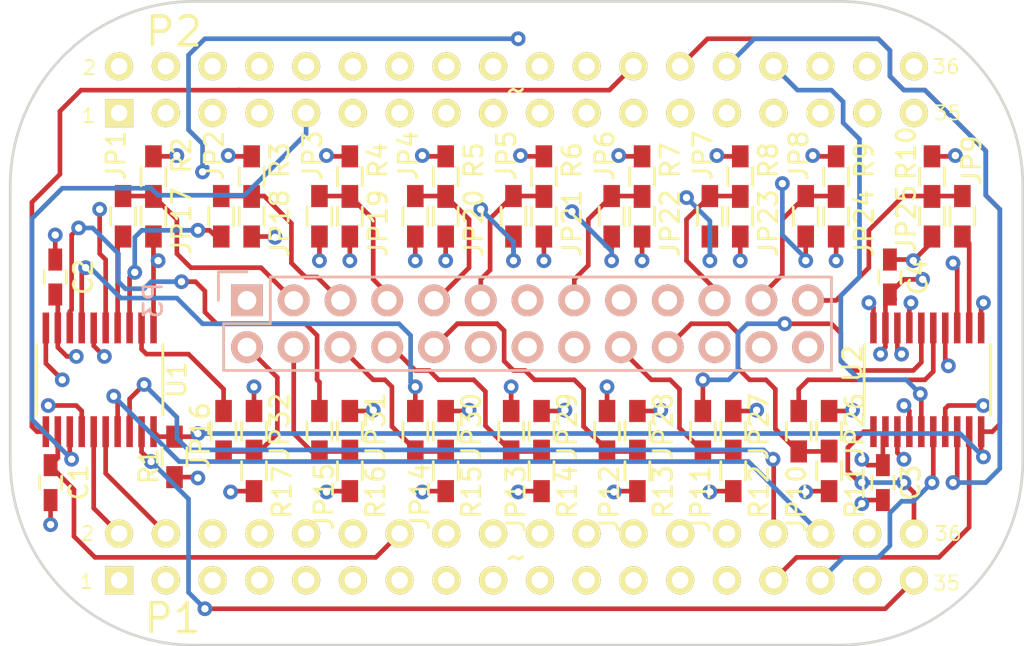
<source format=kicad_pcb>
(kicad_pcb (version 4) (host pcbnew 4.0.2+dfsg1-stable)
  (title_block (title "\"Cameo\" 5V level adapter cape for PocketBeagle") (date 2018-04-10) (rev NaN) (comment 1 London) (comment 2 stepleton@gmail.com) (comment 3 "Tom Stepleton") (comment 4 "Forfeited into the public domain with NO WARRANTY"))
  (layers (0 Top signal) (1 VDD signal hide) (2 DigitalGND signal hide) (31 Bottom signal) (34 B.Paste user) (35 F.Paste user) (36 B.SilkS user) (37 F.SilkS user) (38 B.Mask user) (39 F.Mask user) (44 Edge.Cuts user))
  (net 0 "")
  (net 1 GND)
  (net 2 USB_DC)
  (net 3 VDD_5V)
  (net 4 VDD_3V3B)
  (net 5 SYS_5V)
  (net 6 VIN.BAT)
  (net 7 "/(U1.P12)PWM1A")
  (net 8 "/(U1.T16)")
  (net 9 "/(U1.P5)GPIO-0.23")
  (net 10 "/(U1.R15)")
  (net 11 "/(U1.P15)UART4.RX")
  (net 12 "/(U1.T15)")
  (net 13 "/(U1.R16)UART4.TX")
  (net 14 "/(U1.N14)")
  (net 15 "/(U1.B11)I2C1.SCL")
  (net 16 "/(U1.R13)")
  (net 17 "/(U1.A11)I2C1.SDA")
  (net 18 "/(U1.T11)PWR.BTN")
  (net 19 /BAT.TEMP)
  (net 20 "/(U1.T7)")
  (net 21 "/(U1.P7)PRU-0.15")
  (net 22 "/(U1.T5)")
  (net 23 "/(U1.R7)")
  (net 24 "/(U1.T6)PRU-0.14")
  (net 25 "/(U1.P6)")
  (net 26 "/(U1.C13)SPI1.MOSI")
  (net 27 "/(U1.R11)RESET#")
  (net 28 "/(U1.C12)SPI1.MISO")
  (net 29 "/(U1.C3)PRU-0.6")
  (net 30 "/(U1.C5)SPI1.CLK")
  (net 31 "/(U1.B1)PRU-0.3")
  (net 32 "/(U1.A4)SPI1.CS")
  (net 33 "/(U1.B2)PRU-0.2")
  (net 34 "/(U1.R6)")
  (net 35 "/(U1.B3)PRU-0.5")
  (net 36 "/(U1.F3)AIN5~3.3V")
  (net 37 "/(U1.N13)AIN7~1.8V")
  (net 38 "/(U1.A1)PWM0A")
  (net 39 "/(U1.F1)")
  (net 40 "/(U1.R5)GPIO-0.26")
  (net 41 "/(U1.A2)PRU-0.1")
  (net 42 "/(U1.A12)UART0.RX")
  (net 43 "/(U1.A3)PRU-0.4")
  (net 44 "/(U1.B12)UART0.TX")
  (net 45 "/(U1.C4)PRU-0.7")
  (net 46 "/(U1.A10)I2C2.SCL")
  (net 47 "/(U1.C7)AIN4~1.8V")
  (net 48 "/(U1.B10)I2C2.SDA")
  (net 49 "/(U1.C6)AIN3~1.8V")
  (net 50 "/(U1.B6)AIN2~1.8V")
  (net 51 "/(U1.B8)AIN1~1.8V")
  (net 52 "/(U1.B4)PRU-0.16")
  (net 53 "/(U1.A8)AIN0~1.8V")
  (net 54 "/(U1.B7)VREF+")
  (net 55 "/(U1.B9)VREF-")
  (net 56 "/(U1.L14)USB1.ID")
  (net 57 "/(U1.B14)SPI0.MOSI")
  (net 58 "/(U1.L15)USB1.D+")
  (net 59 "/(U1.B13)SPI0.MISO")
  (net 60 "/(U1.L16)USB1.D-")
  (net 61 "/(U1.A13)SPI0.CLK")
  (net 62 "/(U1.A14)SPI0.CS")
  (net 63 "/(U1.M15)USB1.VBUS")
  (net 64 "/(U1.E1)")
  (net 65 "/(U1.M14)USB1.DRVVBUS")
  (net 66 "/(U1.F2)AIN6~3.3V")
  (net 67 /PEX1)
  (net 68 "Net-(JP1-Pad2)")
  (net 69 /PR/~W)
  (net 70 "Net-(JP18-Pad2)")
  (net 71 /PEX2)
  (net 72 "Net-(JP19-Pad2)")
  (net 73 /PD0)
  (net 74 "Net-(JP20-Pad2)")
  (net 75 /PD1)
  (net 76 "Net-(JP21-Pad2)")
  (net 77 /PD2)
  (net 78 "Net-(JP22-Pad2)")
  (net 79 /PD5)
  (net 80 "Net-(JP23-Pad2)")
  (net 81 /PD6)
  (net 82 "Net-(JP24-Pad2)")
  (net 83 /PD7)
  (net 84 "Net-(JP25-Pad2)")
  (net 85 "Net-(JP10-Pad1)")
  (net 86 /PD4)
  (net 87 "Net-(JP11-Pad1)")
  (net 88 /PD3)
  (net 89 "Net-(JP12-Pad1)")
  (net 90 /~PPARITY)
  (net 91 "Net-(JP13-Pad1)")
  (net 92 /~PCMD)
  (net 93 "Net-(JP14-Pad1)")
  (net 94 /~PBSY)
  (net 95 "Net-(JP15-Pad1)")
  (net 96 /~PSTRB)
  (net 97 "Net-(JP16-Pad1)")
  (net 98 /PEX3)
  (net 99 "Net-(P3-Pad1)")
  (net 100 "Net-(P3-Pad13)")
  (net 101 "Net-(P3-Pad16)")
  (module "PocketBeagle.pretty:TH-2X18-(35MIL-DIA)-W_O-SILK" (layer Top) (at 148.5011 117.7036)
    (fp_text reference P1 (at -18.68678 3.34518) (layer F.SilkS) (effects (font (size 1.56845 1.56845) (thickness 0.19812))))
    (fp_text value ~ (at 0 0) (layer F.SilkS))
    (pad 36 thru_hole circle (at 21.59 -1.27) (size 1.524 1.524) (drill 0.889) (layers *.Cu *.Mask F.SilkS) (net 38 "/(U1.A1)PWM0A"))
    (pad 35 thru_hole circle (at 21.59 1.27) (size 1.524 1.524) (drill 0.889) (layers *.Cu *.Mask F.SilkS) (net 39 "/(U1.F1)"))
    (pad 34 thru_hole circle (at 19.05 -1.27) (size 1.524 1.524) (drill 0.889) (layers *.Cu *.Mask F.SilkS) (net 40 "/(U1.R5)GPIO-0.26"))
    (pad 33 thru_hole circle (at 19.05 1.27) (size 1.524 1.524) (drill 0.889) (layers *.Cu *.Mask F.SilkS) (net 41 "/(U1.A2)PRU-0.1"))
    (pad 32 thru_hole circle (at 16.51 -1.27) (size 1.524 1.524) (drill 0.889) (layers *.Cu *.Mask F.SilkS) (net 42 "/(U1.A12)UART0.RX"))
    (pad 31 thru_hole circle (at 16.51 1.27) (size 1.524 1.524) (drill 0.889) (layers *.Cu *.Mask F.SilkS) (net 43 "/(U1.A3)PRU-0.4"))
    (pad 30 thru_hole circle (at 13.97 -1.27) (size 1.524 1.524) (drill 0.889) (layers *.Cu *.Mask F.SilkS) (net 44 "/(U1.B12)UART0.TX"))
    (pad 29 thru_hole circle (at 13.97 1.27) (size 1.524 1.524) (drill 0.889) (layers *.Cu *.Mask F.SilkS) (net 45 "/(U1.C4)PRU-0.7"))
    (pad 28 thru_hole circle (at 11.43 -1.27) (size 1.524 1.524) (drill 0.889) (layers *.Cu *.Mask F.SilkS) (net 46 "/(U1.A10)I2C2.SCL"))
    (pad 27 thru_hole circle (at 11.43 1.27) (size 1.524 1.524) (drill 0.889) (layers *.Cu *.Mask F.SilkS) (net 47 "/(U1.C7)AIN4~1.8V"))
    (pad 26 thru_hole circle (at 8.89 -1.27) (size 1.524 1.524) (drill 0.889) (layers *.Cu *.Mask F.SilkS) (net 48 "/(U1.B10)I2C2.SDA"))
    (pad 25 thru_hole circle (at 8.89 1.27) (size 1.524 1.524) (drill 0.889) (layers *.Cu *.Mask F.SilkS) (net 49 "/(U1.C6)AIN3~1.8V"))
    (pad 24 thru_hole circle (at 6.35 -1.27) (size 1.524 1.524) (drill 0.889) (layers *.Cu *.Mask F.SilkS) (net 5 SYS_5V))
    (pad 23 thru_hole circle (at 6.35 1.27) (size 1.524 1.524) (drill 0.889) (layers *.Cu *.Mask F.SilkS) (net 50 "/(U1.B6)AIN2~1.8V"))
    (pad 22 thru_hole circle (at 3.81 -1.27) (size 1.524 1.524) (drill 0.889) (layers *.Cu *.Mask F.SilkS) (net 1 GND))
    (pad 21 thru_hole circle (at 3.81 1.27) (size 1.524 1.524) (drill 0.889) (layers *.Cu *.Mask F.SilkS) (net 51 "/(U1.B8)AIN1~1.8V"))
    (pad 20 thru_hole circle (at 1.27 -1.27) (size 1.524 1.524) (drill 0.889) (layers *.Cu *.Mask F.SilkS) (net 52 "/(U1.B4)PRU-0.16"))
    (pad 19 thru_hole circle (at 1.27 1.27) (size 1.524 1.524) (drill 0.889) (layers *.Cu *.Mask F.SilkS) (net 53 "/(U1.A8)AIN0~1.8V"))
    (pad 18 thru_hole circle (at -1.27 -1.27) (size 1.524 1.524) (drill 0.889) (layers *.Cu *.Mask F.SilkS) (net 54 "/(U1.B7)VREF+"))
    (pad 17 thru_hole circle (at -1.27 1.27) (size 1.524 1.524) (drill 0.889) (layers *.Cu *.Mask F.SilkS) (net 55 "/(U1.B9)VREF-"))
    (pad 16 thru_hole circle (at -3.81 -1.27) (size 1.524 1.524) (drill 0.889) (layers *.Cu *.Mask F.SilkS) (net 1 GND))
    (pad 15 thru_hole circle (at -3.81 1.27) (size 1.524 1.524) (drill 0.889) (layers *.Cu *.Mask F.SilkS) (net 1 GND))
    (pad 14 thru_hole circle (at -6.35 -1.27) (size 1.524 1.524) (drill 0.889) (layers *.Cu *.Mask F.SilkS) (net 4 VDD_3V3B))
    (pad 13 thru_hole circle (at -6.35 1.27) (size 1.524 1.524) (drill 0.889) (layers *.Cu *.Mask F.SilkS) (net 56 "/(U1.L14)USB1.ID"))
    (pad 12 thru_hole circle (at -8.89 -1.27) (size 1.524 1.524) (drill 0.889) (layers *.Cu *.Mask F.SilkS) (net 57 "/(U1.B14)SPI0.MOSI"))
    (pad 11 thru_hole circle (at -8.89 1.27) (size 1.524 1.524) (drill 0.889) (layers *.Cu *.Mask F.SilkS) (net 58 "/(U1.L15)USB1.D+"))
    (pad 10 thru_hole circle (at -11.43 -1.27) (size 1.524 1.524) (drill 0.889) (layers *.Cu *.Mask F.SilkS) (net 59 "/(U1.B13)SPI0.MISO"))
    (pad 9 thru_hole circle (at -11.43 1.27) (size 1.524 1.524) (drill 0.889) (layers *.Cu *.Mask F.SilkS) (net 60 "/(U1.L16)USB1.D-"))
    (pad 8 thru_hole circle (at -13.97 -1.27) (size 1.524 1.524) (drill 0.889) (layers *.Cu *.Mask F.SilkS) (net 61 "/(U1.A13)SPI0.CLK"))
    (pad 7 thru_hole circle (at -13.97 1.27) (size 1.524 1.524) (drill 0.889) (layers *.Cu *.Mask F.SilkS) (net 2 USB_DC))
    (pad 6 thru_hole circle (at -16.51 -1.27) (size 1.524 1.524) (drill 0.889) (layers *.Cu *.Mask F.SilkS) (net 62 "/(U1.A14)SPI0.CS"))
    (pad 5 thru_hole circle (at -16.51 1.27) (size 1.524 1.524) (drill 0.889) (layers *.Cu *.Mask F.SilkS) (net 63 "/(U1.M15)USB1.VBUS"))
    (pad 4 thru_hole circle (at -19.05 -1.27) (size 1.524 1.524) (drill 0.889) (layers *.Cu *.Mask F.SilkS) (net 64 "/(U1.E1)"))
    (pad 3 thru_hole circle (at -19.05 1.27) (size 1.524 1.524) (drill 0.889) (layers *.Cu *.Mask F.SilkS) (net 65 "/(U1.M14)USB1.DRVVBUS"))
    (pad 2 thru_hole circle (at -21.59 -1.27) (size 1.524 1.524) (drill 0.889) (layers *.Cu *.Mask F.SilkS) (net 66 "/(U1.F2)AIN6~3.3V"))
    (pad 1 thru_hole rect (at -21.59 1.27) (size 1.524 1.524) (drill 0.889) (layers *.Cu *.Mask F.SilkS) (net 3 VDD_5V))
  )
  (module "PocketBeagle.pretty:TH-2X18-(35MIL-DIA)-W_O-SILK" (layer Top) (at 148.5011 92.3036)
    (fp_text reference P2 (at -18.6055 -3.15468 180) (layer F.SilkS) (effects (font (size 1.56845 1.56845) (thickness 0.19812))))
    (fp_text value ~ (at 0 0) (layer F.SilkS))
    (pad 36 thru_hole circle (at 21.59 -1.27) (size 1.524 1.524) (drill 0.889) (layers *.Cu *.Mask F.SilkS) (net 37 "/(U1.N13)AIN7~1.8V"))
    (pad 35 thru_hole circle (at 21.59 1.27) (size 1.524 1.524) (drill 0.889) (layers *.Cu *.Mask F.SilkS) (net 36 "/(U1.F3)AIN5~3.3V"))
    (pad 34 thru_hole circle (at 19.05 -1.27) (size 1.524 1.524) (drill 0.889) (layers *.Cu *.Mask F.SilkS) (net 35 "/(U1.B3)PRU-0.5"))
    (pad 33 thru_hole circle (at 19.05 1.27) (size 1.524 1.524) (drill 0.889) (layers *.Cu *.Mask F.SilkS) (net 34 "/(U1.R6)"))
    (pad 32 thru_hole circle (at 16.51 -1.27) (size 1.524 1.524) (drill 0.889) (layers *.Cu *.Mask F.SilkS) (net 33 "/(U1.B2)PRU-0.2"))
    (pad 31 thru_hole circle (at 16.51 1.27) (size 1.524 1.524) (drill 0.889) (layers *.Cu *.Mask F.SilkS) (net 32 "/(U1.A4)SPI1.CS"))
    (pad 30 thru_hole circle (at 13.97 -1.27) (size 1.524 1.524) (drill 0.889) (layers *.Cu *.Mask F.SilkS) (net 31 "/(U1.B1)PRU-0.3"))
    (pad 29 thru_hole circle (at 13.97 1.27) (size 1.524 1.524) (drill 0.889) (layers *.Cu *.Mask F.SilkS) (net 30 "/(U1.C5)SPI1.CLK"))
    (pad 28 thru_hole circle (at 11.43 -1.27) (size 1.524 1.524) (drill 0.889) (layers *.Cu *.Mask F.SilkS) (net 29 "/(U1.C3)PRU-0.6"))
    (pad 27 thru_hole circle (at 11.43 1.27) (size 1.524 1.524) (drill 0.889) (layers *.Cu *.Mask F.SilkS) (net 28 "/(U1.C12)SPI1.MISO"))
    (pad 26 thru_hole circle (at 8.89 -1.27) (size 1.524 1.524) (drill 0.889) (layers *.Cu *.Mask F.SilkS) (net 27 "/(U1.R11)RESET#"))
    (pad 25 thru_hole circle (at 8.89 1.27) (size 1.524 1.524) (drill 0.889) (layers *.Cu *.Mask F.SilkS) (net 26 "/(U1.C13)SPI1.MOSI"))
    (pad 24 thru_hole circle (at 6.35 -1.27) (size 1.524 1.524) (drill 0.889) (layers *.Cu *.Mask F.SilkS) (net 25 "/(U1.P6)"))
    (pad 23 thru_hole circle (at 6.35 1.27) (size 1.524 1.524) (drill 0.889) (layers *.Cu *.Mask F.SilkS) (net 4 VDD_3V3B))
    (pad 22 thru_hole circle (at 3.81 -1.27) (size 1.524 1.524) (drill 0.889) (layers *.Cu *.Mask F.SilkS) (net 24 "/(U1.T6)PRU-0.14"))
    (pad 21 thru_hole circle (at 3.81 1.27) (size 1.524 1.524) (drill 0.889) (layers *.Cu *.Mask F.SilkS) (net 1 GND))
    (pad 20 thru_hole circle (at 1.27 -1.27) (size 1.524 1.524) (drill 0.889) (layers *.Cu *.Mask F.SilkS) (net 23 "/(U1.R7)"))
    (pad 19 thru_hole circle (at 1.27 1.27) (size 1.524 1.524) (drill 0.889) (layers *.Cu *.Mask F.SilkS) (net 22 "/(U1.T5)"))
    (pad 18 thru_hole circle (at -1.27 -1.27) (size 1.524 1.524) (drill 0.889) (layers *.Cu *.Mask F.SilkS) (net 21 "/(U1.P7)PRU-0.15"))
    (pad 17 thru_hole circle (at -1.27 1.27) (size 1.524 1.524) (drill 0.889) (layers *.Cu *.Mask F.SilkS) (net 20 "/(U1.T7)"))
    (pad 16 thru_hole circle (at -3.81 -1.27) (size 1.524 1.524) (drill 0.889) (layers *.Cu *.Mask F.SilkS) (net 19 /BAT.TEMP))
    (pad 15 thru_hole circle (at -3.81 1.27) (size 1.524 1.524) (drill 0.889) (layers *.Cu *.Mask F.SilkS) (net 1 GND))
    (pad 14 thru_hole circle (at -6.35 -1.27) (size 1.524 1.524) (drill 0.889) (layers *.Cu *.Mask F.SilkS) (net 6 VIN.BAT))
    (pad 13 thru_hole circle (at -6.35 1.27) (size 1.524 1.524) (drill 0.889) (layers *.Cu *.Mask F.SilkS) (net 5 SYS_5V))
    (pad 12 thru_hole circle (at -8.89 -1.27) (size 1.524 1.524) (drill 0.889) (layers *.Cu *.Mask F.SilkS) (net 18 "/(U1.T11)PWR.BTN"))
    (pad 11 thru_hole circle (at -8.89 1.27) (size 1.524 1.524) (drill 0.889) (layers *.Cu *.Mask F.SilkS) (net 17 "/(U1.A11)I2C1.SDA"))
    (pad 10 thru_hole circle (at -11.43 -1.27) (size 1.524 1.524) (drill 0.889) (layers *.Cu *.Mask F.SilkS) (net 16 "/(U1.R13)"))
    (pad 9 thru_hole circle (at -11.43 1.27) (size 1.524 1.524) (drill 0.889) (layers *.Cu *.Mask F.SilkS) (net 15 "/(U1.B11)I2C1.SCL"))
    (pad 8 thru_hole circle (at -13.97 -1.27) (size 1.524 1.524) (drill 0.889) (layers *.Cu *.Mask F.SilkS) (net 14 "/(U1.N14)"))
    (pad 7 thru_hole circle (at -13.97 1.27) (size 1.524 1.524) (drill 0.889) (layers *.Cu *.Mask F.SilkS) (net 13 "/(U1.R16)UART4.TX"))
    (pad 6 thru_hole circle (at -16.51 -1.27) (size 1.524 1.524) (drill 0.889) (layers *.Cu *.Mask F.SilkS) (net 12 "/(U1.T15)"))
    (pad 5 thru_hole circle (at -16.51 1.27) (size 1.524 1.524) (drill 0.889) (layers *.Cu *.Mask F.SilkS) (net 11 "/(U1.P15)UART4.RX"))
    (pad 4 thru_hole circle (at -19.05 -1.27) (size 1.524 1.524) (drill 0.889) (layers *.Cu *.Mask F.SilkS) (net 10 "/(U1.R15)"))
    (pad 3 thru_hole circle (at -19.05 1.27) (size 1.524 1.524) (drill 0.889) (layers *.Cu *.Mask F.SilkS) (net 9 "/(U1.P5)GPIO-0.23"))
    (pad 2 thru_hole circle (at -21.59 -1.27) (size 1.524 1.524) (drill 0.889) (layers *.Cu *.Mask F.SilkS) (net 8 "/(U1.T16)"))
    (pad 1 thru_hole rect (at -21.59 1.27) (size 1.524 1.524) (drill 0.889) (layers *.Cu *.Mask F.SilkS) (net 7 "/(U1.P12)PWM1A"))
  )
  (module Capacitors_SMD:C_0603_HandSoldering (layer Top) (at 123.19 113.665 270)
    (fp_text reference C1 (at 0 -1.524 270) (layer F.SilkS))
    (fp_text value 0.1)
    (pad 1 smd rect (at -0.95 0 270) (size 1.2 0.75) (layers Top F.Paste F.Mask) (net 4 VDD_3V3B))
    (pad 2 smd rect (at 0.95 0 270) (size 1.2 0.75) (layers Top F.Paste F.Mask) (net 1 GND))
  )
  (module Capacitors_SMD:C_0603_HandSoldering (layer Top) (at 123.444 102.489 90)
    (fp_text reference C2 (at 0 1.524 90) (layer F.SilkS))
    (fp_text value 0.1)
    (pad 1 smd rect (at -0.95 0 90) (size 1.2 0.75) (layers Top F.Paste F.Mask) (net 5 SYS_5V))
    (pad 2 smd rect (at 0.95 0 90) (size 1.2 0.75) (layers Top F.Paste F.Mask) (net 1 GND))
  )
  (module Capacitors_SMD:C_0603_HandSoldering (layer Top) (at 168.402 113.665 270)
    (fp_text reference C3 (at 0 -1.524 270) (layer F.SilkS))
    (fp_text value 0.1)
    (pad 1 smd rect (at -0.95 0 270) (size 1.2 0.75) (layers Top F.Paste F.Mask) (net 4 VDD_3V3B))
    (pad 2 smd rect (at 0.95 0 270) (size 1.2 0.75) (layers Top F.Paste F.Mask) (net 1 GND))
  )
  (module Capacitors_SMD:C_0603_HandSoldering (layer Top) (at 168.783 102.489 90)
    (fp_text reference C4 (at 0 1.524 90) (layer F.SilkS))
    (fp_text value 0.1)
    (pad 1 smd rect (at -0.95 0 90) (size 1.2 0.75) (layers Top F.Paste F.Mask) (net 5 SYS_5V))
    (pad 2 smd rect (at 0.95 0 90) (size 1.2 0.75) (layers Top F.Paste F.Mask) (net 1 GND))
  )
  (module Resistors_SMD:R_0603_HandSoldering (layer Top) (at 127.127 99.187 90)
    (fp_text reference JP1 (at 3.302 -0.381 90) (layer F.SilkS))
    (fp_text value Jumper_NO_Small)
    (pad 1 smd rect (at -1.1 0 90) (size 1.2 0.9) (layers Top F.Paste F.Mask) (net 67 /PEX1))
    (pad 2 smd rect (at 1.1 0 90) (size 1.2 0.9) (layers Top F.Paste F.Mask) (net 68 "Net-(JP1-Pad2)"))
  )
  (module Resistors_SMD:R_0603_HandSoldering (layer Top) (at 132.461 99.187 90)
    (fp_text reference JP2 (at 3.302 -0.381 90) (layer F.SilkS))
    (fp_text value Jumper_NO_Small)
    (pad 1 smd rect (at -1.1 0 90) (size 1.2 0.9) (layers Top F.Paste F.Mask) (net 69 /PR/~W))
    (pad 2 smd rect (at 1.1 0 90) (size 1.2 0.9) (layers Top F.Paste F.Mask) (net 70 "Net-(JP18-Pad2)"))
  )
  (module Resistors_SMD:R_0603_HandSoldering (layer Top) (at 137.795 99.187 90)
    (fp_text reference JP3 (at 3.302 -0.381 90) (layer F.SilkS))
    (fp_text value Jumper_NC_Small)
    (pad 1 smd rect (at -1.1 0 90) (size 1.2 0.9) (layers Top F.Paste F.Mask) (net 71 /PEX2))
    (pad 2 smd rect (at 1.1 0 90) (size 1.2 0.9) (layers Top F.Paste F.Mask) (net 72 "Net-(JP19-Pad2)"))
  )
  (module Resistors_SMD:R_0603_HandSoldering (layer Top) (at 143.002 99.187 90)
    (fp_text reference JP4 (at 3.302 -0.381 90) (layer F.SilkS))
    (fp_text value Jumper_NC_Small)
    (pad 1 smd rect (at -1.1 0 90) (size 1.2 0.9) (layers Top F.Paste F.Mask) (net 73 /PD0))
    (pad 2 smd rect (at 1.1 0 90) (size 1.2 0.9) (layers Top F.Paste F.Mask) (net 74 "Net-(JP20-Pad2)"))
  )
  (module Resistors_SMD:R_0603_HandSoldering (layer Top) (at 148.336 99.187 90)
    (fp_text reference JP5 (at 3.302 -0.381 90) (layer F.SilkS))
    (fp_text value Jumper_NC_Small)
    (pad 1 smd rect (at -1.1 0 90) (size 1.2 0.9) (layers Top F.Paste F.Mask) (net 75 /PD1))
    (pad 2 smd rect (at 1.1 0 90) (size 1.2 0.9) (layers Top F.Paste F.Mask) (net 76 "Net-(JP21-Pad2)"))
  )
  (module Resistors_SMD:R_0603_HandSoldering (layer Top) (at 153.67 99.187 90)
    (fp_text reference JP6 (at 3.302 -0.381 90) (layer F.SilkS))
    (fp_text value Jumper_NC_Small)
    (pad 1 smd rect (at -1.1 0 90) (size 1.2 0.9) (layers Top F.Paste F.Mask) (net 77 /PD2))
    (pad 2 smd rect (at 1.1 0 90) (size 1.2 0.9) (layers Top F.Paste F.Mask) (net 78 "Net-(JP22-Pad2)"))
  )
  (module Resistors_SMD:R_0603_HandSoldering (layer Top) (at 159.004 99.187 90)
    (fp_text reference JP7 (at 3.302 -0.381 90) (layer F.SilkS))
    (fp_text value Jumper_NC_Small)
    (pad 1 smd rect (at -1.1 0 90) (size 1.2 0.9) (layers Top F.Paste F.Mask) (net 79 /PD5))
    (pad 2 smd rect (at 1.1 0 90) (size 1.2 0.9) (layers Top F.Paste F.Mask) (net 80 "Net-(JP23-Pad2)"))
  )
  (module Resistors_SMD:R_0603_HandSoldering (layer Top) (at 164.211 99.187 90)
    (fp_text reference JP8 (at 3.302 -0.381 90) (layer F.SilkS))
    (fp_text value Jumper_NC_Small)
    (pad 1 smd rect (at -1.1 0 90) (size 1.2 0.9) (layers Top F.Paste F.Mask) (net 81 /PD6))
    (pad 2 smd rect (at 1.1 0 90) (size 1.2 0.9) (layers Top F.Paste F.Mask) (net 82 "Net-(JP24-Pad2)"))
  )
  (module Resistors_SMD:R_0603_HandSoldering (layer Top) (at 172.72 99.187 90)
    (fp_text reference JP9 (at 3.048 0.508 90) (layer F.SilkS))
    (fp_text value Jumper_NC_Small)
    (pad 1 smd rect (at -1.1 0 90) (size 1.2 0.9) (layers Top F.Paste F.Mask) (net 83 /PD7))
    (pad 2 smd rect (at 1.1 0 90) (size 1.2 0.9) (layers Top F.Paste F.Mask) (net 84 "Net-(JP25-Pad2)"))
  )
  (module Resistors_SMD:R_0603_HandSoldering (layer Top) (at 163.83 110.871 90)
    (fp_text reference JP10 (at -3.683 -0.127 90) (layer F.SilkS))
    (fp_text value Jumper_NC_Small)
    (pad 1 smd rect (at -1.1 0 90) (size 1.2 0.9) (layers Top F.Paste F.Mask) (net 85 "Net-(JP10-Pad1)"))
    (pad 2 smd rect (at 1.1 0 90) (size 1.2 0.9) (layers Top F.Paste F.Mask) (net 86 /PD4))
  )
  (module Resistors_SMD:R_0603_HandSoldering (layer Top) (at 158.623 110.871 90)
    (fp_text reference JP11 (at -3.683 -0.127 90) (layer F.SilkS))
    (fp_text value Jumper_NC_Small)
    (pad 1 smd rect (at -1.1 0 90) (size 1.2 0.9) (layers Top F.Paste F.Mask) (net 87 "Net-(JP11-Pad1)"))
    (pad 2 smd rect (at 1.1 0 90) (size 1.2 0.9) (layers Top F.Paste F.Mask) (net 88 /PD3))
  )
  (module Resistors_SMD:R_0603_HandSoldering (layer Top) (at 153.416 110.871 90)
    (fp_text reference JP12 (at -3.683 0.127 90) (layer F.SilkS))
    (fp_text value Jumper_NC_Small)
    (pad 1 smd rect (at -1.1 0 90) (size 1.2 0.9) (layers Top F.Paste F.Mask) (net 89 "Net-(JP12-Pad1)"))
    (pad 2 smd rect (at 1.1 0 90) (size 1.2 0.9) (layers Top F.Paste F.Mask) (net 90 /~PPARITY))
  )
  (module Resistors_SMD:R_0603_HandSoldering (layer Top) (at 148.209 110.871 90)
    (fp_text reference JP13 (at -3.683 0.254 90) (layer F.SilkS))
    (fp_text value Jumper_NC_Small)
    (pad 1 smd rect (at -1.1 0 90) (size 1.2 0.9) (layers Top F.Paste F.Mask) (net 91 "Net-(JP13-Pad1)"))
    (pad 2 smd rect (at 1.1 0 90) (size 1.2 0.9) (layers Top F.Paste F.Mask) (net 92 /~PCMD))
  )
  (module Resistors_SMD:R_0603_HandSoldering (layer Top) (at 143.002 110.871 90)
    (fp_text reference JP14 (at -3.556 0.254 90) (layer F.SilkS))
    (fp_text value Jumper_NC_Small)
    (pad 1 smd rect (at -1.1 0 90) (size 1.2 0.9) (layers Top F.Paste F.Mask) (net 93 "Net-(JP14-Pad1)"))
    (pad 2 smd rect (at 1.1 0 90) (size 1.2 0.9) (layers Top F.Paste F.Mask) (net 94 /~PBSY))
  )
  (module Resistors_SMD:R_0603_HandSoldering (layer Top) (at 137.795 110.871 90)
    (fp_text reference JP15 (at -3.556 0.254 90) (layer F.SilkS))
    (fp_text value Jumper_NC_Small)
    (pad 1 smd rect (at -1.1 0 90) (size 1.2 0.9) (layers Top F.Paste F.Mask) (net 95 "Net-(JP15-Pad1)"))
    (pad 2 smd rect (at 1.1 0 90) (size 1.2 0.9) (layers Top F.Paste F.Mask) (net 96 /~PSTRB))
  )
  (module Resistors_SMD:R_0603_HandSoldering (layer Top) (at 132.588 110.871 90)
    (fp_text reference JP16 (at -0.254 -1.27 90) (layer F.SilkS))
    (fp_text value Jumper_NO_Small)
    (pad 1 smd rect (at -1.1 0 90) (size 1.2 0.9) (layers Top F.Paste F.Mask) (net 97 "Net-(JP16-Pad1)"))
    (pad 2 smd rect (at 1.1 0 90) (size 1.2 0.9) (layers Top F.Paste F.Mask) (net 98 /PEX3))
  )
  (module Resistors_SMD:R_0603_HandSoldering (layer Top) (at 128.778 99.187 90)
    (fp_text reference JP17 (at -0.254 1.524 90) (layer F.SilkS))
    (fp_text value Jumper_NC_Small)
    (pad 1 smd rect (at -1.1 0 90) (size 1.2 0.9) (layers Top F.Paste F.Mask) (net 1 GND))
    (pad 2 smd rect (at 1.1 0 90) (size 1.2 0.9) (layers Top F.Paste F.Mask) (net 68 "Net-(JP1-Pad2)"))
  )
  (module Resistors_SMD:R_0603_HandSoldering (layer Top) (at 134.112 99.187 90)
    (fp_text reference JP18 (at -0.381 1.524 90) (layer F.SilkS))
    (fp_text value Jumper_NC_Small)
    (pad 1 smd rect (at -1.1 0 90) (size 1.2 0.9) (layers Top F.Paste F.Mask) (net 1 GND))
    (pad 2 smd rect (at 1.1 0 90) (size 1.2 0.9) (layers Top F.Paste F.Mask) (net 70 "Net-(JP18-Pad2)"))
  )
  (module Resistors_SMD:R_0603_HandSoldering (layer Top) (at 139.446 99.187 90)
    (fp_text reference JP19 (at -0.381 1.524 90) (layer F.SilkS))
    (fp_text value Jumper_NO_Small)
    (pad 1 smd rect (at -1.1 0 90) (size 1.2 0.9) (layers Top F.Paste F.Mask) (net 1 GND))
    (pad 2 smd rect (at 1.1 0 90) (size 1.2 0.9) (layers Top F.Paste F.Mask) (net 72 "Net-(JP19-Pad2)"))
  )
  (module Resistors_SMD:R_0603_HandSoldering (layer Top) (at 144.653 99.187 90)
    (fp_text reference JP20 (at -0.381 1.524 90) (layer F.SilkS))
    (fp_text value Jumper_NO_Small)
    (pad 1 smd rect (at -1.1 0 90) (size 1.2 0.9) (layers Top F.Paste F.Mask) (net 1 GND))
    (pad 2 smd rect (at 1.1 0 90) (size 1.2 0.9) (layers Top F.Paste F.Mask) (net 74 "Net-(JP20-Pad2)"))
  )
  (module Resistors_SMD:R_0603_HandSoldering (layer Top) (at 149.987 99.187 90)
    (fp_text reference JP21 (at -0.381 1.524 90) (layer F.SilkS))
    (fp_text value Jumper_NO_Small)
    (pad 1 smd rect (at -1.1 0 90) (size 1.2 0.9) (layers Top F.Paste F.Mask) (net 1 GND))
    (pad 2 smd rect (at 1.1 0 90) (size 1.2 0.9) (layers Top F.Paste F.Mask) (net 76 "Net-(JP21-Pad2)"))
  )
  (module Resistors_SMD:R_0603_HandSoldering (layer Top) (at 155.321 99.187 90)
    (fp_text reference JP22 (at -0.381 1.524 90) (layer F.SilkS))
    (fp_text value Jumper_NO_Small)
    (pad 1 smd rect (at -1.1 0 90) (size 1.2 0.9) (layers Top F.Paste F.Mask) (net 1 GND))
    (pad 2 smd rect (at 1.1 0 90) (size 1.2 0.9) (layers Top F.Paste F.Mask) (net 78 "Net-(JP22-Pad2)"))
  )
  (module Resistors_SMD:R_0603_HandSoldering (layer Top) (at 160.655 99.187 90)
    (fp_text reference JP23 (at -0.381 1.524 90) (layer F.SilkS))
    (fp_text value Jumper_NO_Small)
    (pad 1 smd rect (at -1.1 0 90) (size 1.2 0.9) (layers Top F.Paste F.Mask) (net 1 GND))
    (pad 2 smd rect (at 1.1 0 90) (size 1.2 0.9) (layers Top F.Paste F.Mask) (net 80 "Net-(JP23-Pad2)"))
  )
  (module Resistors_SMD:R_0603_HandSoldering (layer Top) (at 165.862 99.187 90)
    (fp_text reference JP24 (at -0.381 1.524 90) (layer F.SilkS))
    (fp_text value Jumper_NO_Small)
    (pad 1 smd rect (at -1.1 0 90) (size 1.2 0.9) (layers Top F.Paste F.Mask) (net 1 GND))
    (pad 2 smd rect (at 1.1 0 90) (size 1.2 0.9) (layers Top F.Paste F.Mask) (net 82 "Net-(JP24-Pad2)"))
  )
  (module Resistors_SMD:R_0603_HandSoldering (layer Top) (at 171.069 99.187 90)
    (fp_text reference JP25 (at -0.127 -1.397 90) (layer F.SilkS))
    (fp_text value Jumper_NO_Small)
    (pad 1 smd rect (at -1.1 0 90) (size 1.2 0.9) (layers Top F.Paste F.Mask) (net 1 GND))
    (pad 2 smd rect (at 1.1 0 90) (size 1.2 0.9) (layers Top F.Paste F.Mask) (net 84 "Net-(JP25-Pad2)"))
  )
  (module Resistors_SMD:R_0603_HandSoldering (layer Top) (at 165.481 110.871 270)
    (fp_text reference JP26 (at -0.254 -1.397 270) (layer F.SilkS))
    (fp_text value Jumper_NO_Small)
    (pad 1 smd rect (at -1.1 0 270) (size 1.2 0.9) (layers Top F.Paste F.Mask) (net 1 GND))
    (pad 2 smd rect (at 1.1 0 270) (size 1.2 0.9) (layers Top F.Paste F.Mask) (net 85 "Net-(JP10-Pad1)"))
  )
  (module Resistors_SMD:R_0603_HandSoldering (layer Top) (at 160.274 110.871 270)
    (fp_text reference JP27 (at -0.254 -1.397 270) (layer F.SilkS))
    (fp_text value Jumper_NO_Small)
    (pad 1 smd rect (at -1.1 0 270) (size 1.2 0.9) (layers Top F.Paste F.Mask) (net 1 GND))
    (pad 2 smd rect (at 1.1 0 270) (size 1.2 0.9) (layers Top F.Paste F.Mask) (net 87 "Net-(JP11-Pad1)"))
  )
  (module Resistors_SMD:R_0603_HandSoldering (layer Top) (at 155.067 110.871 270)
    (fp_text reference JP28 (at -0.254 -1.397 270) (layer F.SilkS))
    (fp_text value Jumper_NO_Small)
    (pad 1 smd rect (at -1.1 0 270) (size 1.2 0.9) (layers Top F.Paste F.Mask) (net 1 GND))
    (pad 2 smd rect (at 1.1 0 270) (size 1.2 0.9) (layers Top F.Paste F.Mask) (net 89 "Net-(JP12-Pad1)"))
  )
  (module Resistors_SMD:R_0603_HandSoldering (layer Top) (at 149.86 110.871 270)
    (fp_text reference JP29 (at -0.254 -1.397 270) (layer F.SilkS))
    (fp_text value Jumper_NO_Small)
    (pad 1 smd rect (at -1.1 0 270) (size 1.2 0.9) (layers Top F.Paste F.Mask) (net 1 GND))
    (pad 2 smd rect (at 1.1 0 270) (size 1.2 0.9) (layers Top F.Paste F.Mask) (net 91 "Net-(JP13-Pad1)"))
  )
  (module Resistors_SMD:R_0603_HandSoldering (layer Top) (at 144.653 110.871 270)
    (fp_text reference JP30 (at -0.254 -1.397 270) (layer F.SilkS))
    (fp_text value Jumper_NO_Small)
    (pad 1 smd rect (at -1.1 0 270) (size 1.2 0.9) (layers Top F.Paste F.Mask) (net 1 GND))
    (pad 2 smd rect (at 1.1 0 270) (size 1.2 0.9) (layers Top F.Paste F.Mask) (net 93 "Net-(JP14-Pad1)"))
  )
  (module Resistors_SMD:R_0603_HandSoldering (layer Top) (at 139.446 110.871 270)
    (fp_text reference JP31 (at -0.254 -1.397 270) (layer F.SilkS))
    (fp_text value Jumper_NO_Small)
    (pad 1 smd rect (at -1.1 0 270) (size 1.2 0.9) (layers Top F.Paste F.Mask) (net 1 GND))
    (pad 2 smd rect (at 1.1 0 270) (size 1.2 0.9) (layers Top F.Paste F.Mask) (net 95 "Net-(JP15-Pad1)"))
  )
  (module Resistors_SMD:R_0603_HandSoldering (layer Top) (at 134.239 110.871 270)
    (fp_text reference JP32 (at -0.254 -1.397 270) (layer F.SilkS))
    (fp_text value Jumper_NC_Small)
    (pad 1 smd rect (at -1.1 0 270) (size 1.2 0.9) (layers Top F.Paste F.Mask) (net 1 GND))
    (pad 2 smd rect (at 1.1 0 270) (size 1.2 0.9) (layers Top F.Paste F.Mask) (net 97 "Net-(JP16-Pad1)"))
  )
  (module Pin_Headers:Pin_Header_Straight_2x13 (layer Bottom) (at 133.858 103.759 270)
    (fp_text reference P3 (at 0 5.1 270) (layer B.SilkS) (effects (justify mirror)))
    (fp_text value CONN_02X13)
    (pad 1 thru_hole rect (at 0 0 270) (size 1.7272 1.7272) (drill 1.016) (layers *.Cu *.Mask B.SilkS) (net 99 "Net-(P3-Pad1)"))
    (pad 2 thru_hole oval (at 2.54 0 270) (size 1.7272 1.7272) (drill 1.016) (layers *.Cu *.Mask B.SilkS) (net 97 "Net-(JP16-Pad1)"))
    (pad 3 thru_hole oval (at 0 -2.54 270) (size 1.7272 1.7272) (drill 1.016) (layers *.Cu *.Mask B.SilkS) (net 68 "Net-(JP1-Pad2)"))
    (pad 4 thru_hole oval (at 2.54 -2.54 270) (size 1.7272 1.7272) (drill 1.016) (layers *.Cu *.Mask B.SilkS) (net 95 "Net-(JP15-Pad1)"))
    (pad 5 thru_hole oval (at 0 -5.08 270) (size 1.7272 1.7272) (drill 1.016) (layers *.Cu *.Mask B.SilkS) (net 70 "Net-(JP18-Pad2)"))
    (pad 6 thru_hole oval (at 2.54 -5.08 270) (size 1.7272 1.7272) (drill 1.016) (layers *.Cu *.Mask B.SilkS) (net 93 "Net-(JP14-Pad1)"))
    (pad 7 thru_hole oval (at 0 -7.62 270) (size 1.7272 1.7272) (drill 1.016) (layers *.Cu *.Mask B.SilkS) (net 72 "Net-(JP19-Pad2)"))
    (pad 8 thru_hole oval (at 2.54 -7.62 270) (size 1.7272 1.7272) (drill 1.016) (layers *.Cu *.Mask B.SilkS) (net 91 "Net-(JP13-Pad1)"))
    (pad 9 thru_hole oval (at 0 -10.16 270) (size 1.7272 1.7272) (drill 1.016) (layers *.Cu *.Mask B.SilkS) (net 74 "Net-(JP20-Pad2)"))
    (pad 10 thru_hole oval (at 2.54 -10.16 270) (size 1.7272 1.7272) (drill 1.016) (layers *.Cu *.Mask B.SilkS) (net 89 "Net-(JP12-Pad1)"))
    (pad 11 thru_hole oval (at 0 -12.7 270) (size 1.7272 1.7272) (drill 1.016) (layers *.Cu *.Mask B.SilkS) (net 76 "Net-(JP21-Pad2)"))
    (pad 12 thru_hole oval (at 2.54 -12.7 270) (size 1.7272 1.7272) (drill 1.016) (layers *.Cu *.Mask B.SilkS) (net 1 GND))
    (pad 13 thru_hole oval (at 0 -15.24 270) (size 1.7272 1.7272) (drill 1.016) (layers *.Cu *.Mask B.SilkS) (net 100 "Net-(P3-Pad13)"))
    (pad 14 thru_hole oval (at 2.54 -15.24 270) (size 1.7272 1.7272) (drill 1.016) (layers *.Cu *.Mask B.SilkS) (net 1 GND))
    (pad 15 thru_hole oval (at 0 -17.78 270) (size 1.7272 1.7272) (drill 1.016) (layers *.Cu *.Mask B.SilkS) (net 78 "Net-(JP22-Pad2)"))
    (pad 16 thru_hole oval (at 2.54 -17.78 270) (size 1.7272 1.7272) (drill 1.016) (layers *.Cu *.Mask B.SilkS) (net 101 "Net-(P3-Pad16)"))
    (pad 17 thru_hole oval (at 0 -20.32 270) (size 1.7272 1.7272) (drill 1.016) (layers *.Cu *.Mask B.SilkS) (net 1 GND))
    (pad 18 thru_hole oval (at 2.54 -20.32 270) (size 1.7272 1.7272) (drill 1.016) (layers *.Cu *.Mask B.SilkS) (net 87 "Net-(JP11-Pad1)"))
    (pad 19 thru_hole oval (at 0 -22.86 270) (size 1.7272 1.7272) (drill 1.016) (layers *.Cu *.Mask B.SilkS) (net 1 GND))
    (pad 20 thru_hole oval (at 2.54 -22.86 270) (size 1.7272 1.7272) (drill 1.016) (layers *.Cu *.Mask B.SilkS) (net 85 "Net-(JP10-Pad1)"))
    (pad 21 thru_hole oval (at 0 -25.4 270) (size 1.7272 1.7272) (drill 1.016) (layers *.Cu *.Mask B.SilkS) (net 80 "Net-(JP23-Pad2)"))
    (pad 22 thru_hole oval (at 2.54 -25.4 270) (size 1.7272 1.7272) (drill 1.016) (layers *.Cu *.Mask B.SilkS) (net 1 GND))
    (pad 23 thru_hole oval (at 0 -27.94 270) (size 1.7272 1.7272) (drill 1.016) (layers *.Cu *.Mask B.SilkS) (net 82 "Net-(JP24-Pad2)"))
    (pad 24 thru_hole oval (at 2.54 -27.94 270) (size 1.7272 1.7272) (drill 1.016) (layers *.Cu *.Mask B.SilkS) (net 1 GND))
    (pad 25 thru_hole oval (at 0 -30.48 270) (size 1.7272 1.7272) (drill 1.016) (layers *.Cu *.Mask B.SilkS) (net 84 "Net-(JP25-Pad2)"))
    (pad 26 thru_hole oval (at 2.54 -30.48 270) (size 1.7272 1.7272) (drill 1.016) (layers *.Cu *.Mask B.SilkS) (net 1 GND))
  )
  (module Resistors_SMD:R_0603_HandSoldering (layer Top) (at 129.921 112.268 270)
    (fp_text reference R1 (at 0.508 1.397 270) (layer F.SilkS))
    (fp_text value 10K)
    (pad 1 smd rect (at -1.1 0 270) (size 1.2 0.9) (layers Top F.Paste F.Mask) (net 27 "/(U1.R11)RESET#"))
    (pad 2 smd rect (at 1.1 0 270) (size 1.2 0.9) (layers Top F.Paste F.Mask) (net 1 GND))
  )
  (module Resistors_SMD:R_0603_HandSoldering (layer Top) (at 128.778 97.028 270)
    (fp_text reference R2 (at -1.143 -1.524 270) (layer F.SilkS))
    (fp_text value R_Small)
    (pad 1 smd rect (at -1.1 0 270) (size 1.2 0.9) (layers Top F.Paste F.Mask) (net 5 SYS_5V))
    (pad 2 smd rect (at 1.1 0 270) (size 1.2 0.9) (layers Top F.Paste F.Mask) (net 68 "Net-(JP1-Pad2)"))
  )
  (module Resistors_SMD:R_0603_HandSoldering (layer Top) (at 134.112 97.028 270)
    (fp_text reference R3 (at -0.889 -1.524 270) (layer F.SilkS))
    (fp_text value R_Small)
    (pad 1 smd rect (at -1.1 0 270) (size 1.2 0.9) (layers Top F.Paste F.Mask) (net 5 SYS_5V))
    (pad 2 smd rect (at 1.1 0 270) (size 1.2 0.9) (layers Top F.Paste F.Mask) (net 70 "Net-(JP18-Pad2)"))
  )
  (module Resistors_SMD:R_0603_HandSoldering (layer Top) (at 139.446 97.028 270)
    (fp_text reference R4 (at -0.889 -1.524 270) (layer F.SilkS))
    (fp_text value R_Small)
    (pad 1 smd rect (at -1.1 0 270) (size 1.2 0.9) (layers Top F.Paste F.Mask) (net 5 SYS_5V))
    (pad 2 smd rect (at 1.1 0 270) (size 1.2 0.9) (layers Top F.Paste F.Mask) (net 72 "Net-(JP19-Pad2)"))
  )
  (module Resistors_SMD:R_0603_HandSoldering (layer Top) (at 144.653 97.028 270)
    (fp_text reference R5 (at -0.889 -1.524 270) (layer F.SilkS))
    (fp_text value R_Small)
    (pad 1 smd rect (at -1.1 0 270) (size 1.2 0.9) (layers Top F.Paste F.Mask) (net 5 SYS_5V))
    (pad 2 smd rect (at 1.1 0 270) (size 1.2 0.9) (layers Top F.Paste F.Mask) (net 74 "Net-(JP20-Pad2)"))
  )
  (module Resistors_SMD:R_0603_HandSoldering (layer Top) (at 149.987 97.028 270)
    (fp_text reference R6 (at -0.889 -1.524 270) (layer F.SilkS))
    (fp_text value R_Small)
    (pad 1 smd rect (at -1.1 0 270) (size 1.2 0.9) (layers Top F.Paste F.Mask) (net 5 SYS_5V))
    (pad 2 smd rect (at 1.1 0 270) (size 1.2 0.9) (layers Top F.Paste F.Mask) (net 76 "Net-(JP21-Pad2)"))
  )
  (module Resistors_SMD:R_0603_HandSoldering (layer Top) (at 155.321 97.028 270)
    (fp_text reference R7 (at -0.889 -1.524 270) (layer F.SilkS))
    (fp_text value R_Small)
    (pad 1 smd rect (at -1.1 0 270) (size 1.2 0.9) (layers Top F.Paste F.Mask) (net 5 SYS_5V))
    (pad 2 smd rect (at 1.1 0 270) (size 1.2 0.9) (layers Top F.Paste F.Mask) (net 78 "Net-(JP22-Pad2)"))
  )
  (module Resistors_SMD:R_0603_HandSoldering (layer Top) (at 160.655 97.028 270)
    (fp_text reference R8 (at -0.889 -1.524 270) (layer F.SilkS))
    (fp_text value R_Small)
    (pad 1 smd rect (at -1.1 0 270) (size 1.2 0.9) (layers Top F.Paste F.Mask) (net 5 SYS_5V))
    (pad 2 smd rect (at 1.1 0 270) (size 1.2 0.9) (layers Top F.Paste F.Mask) (net 80 "Net-(JP23-Pad2)"))
  )
  (module Resistors_SMD:R_0603_HandSoldering (layer Top) (at 165.862 97.028 270)
    (fp_text reference R9 (at -0.889 -1.524 270) (layer F.SilkS))
    (fp_text value R_Small)
    (pad 1 smd rect (at -1.1 0 270) (size 1.2 0.9) (layers Top F.Paste F.Mask) (net 5 SYS_5V))
    (pad 2 smd rect (at 1.1 0 270) (size 1.2 0.9) (layers Top F.Paste F.Mask) (net 82 "Net-(JP24-Pad2)"))
  )
  (module Resistors_SMD:R_0603_HandSoldering (layer Top) (at 171.069 97.028 270)
    (fp_text reference R10 (at -1.27 1.397 270) (layer F.SilkS))
    (fp_text value R_Small)
    (pad 1 smd rect (at -1.1 0 270) (size 1.2 0.9) (layers Top F.Paste F.Mask) (net 5 SYS_5V))
    (pad 2 smd rect (at 1.1 0 270) (size 1.2 0.9) (layers Top F.Paste F.Mask) (net 84 "Net-(JP25-Pad2)"))
  )
  (module Resistors_SMD:R_0603_HandSoldering (layer Top) (at 165.481 113.03 90)
    (fp_text reference R11 (at -1.143 1.397 90) (layer F.SilkS))
    (fp_text value R_Small)
    (pad 1 smd rect (at -1.1 0 90) (size 1.2 0.9) (layers Top F.Paste F.Mask) (net 5 SYS_5V))
    (pad 2 smd rect (at 1.1 0 90) (size 1.2 0.9) (layers Top F.Paste F.Mask) (net 85 "Net-(JP10-Pad1)"))
  )
  (module Resistors_SMD:R_0603_HandSoldering (layer Top) (at 160.274 113.03 90)
    (fp_text reference R12 (at -1.143 1.397 90) (layer F.SilkS))
    (fp_text value R_Small)
    (pad 1 smd rect (at -1.1 0 90) (size 1.2 0.9) (layers Top F.Paste F.Mask) (net 5 SYS_5V))
    (pad 2 smd rect (at 1.1 0 90) (size 1.2 0.9) (layers Top F.Paste F.Mask) (net 87 "Net-(JP11-Pad1)"))
  )
  (module Resistors_SMD:R_0603_HandSoldering (layer Top) (at 155.067 113.03 90)
    (fp_text reference R13 (at -1.143 1.397 90) (layer F.SilkS))
    (fp_text value R_Small)
    (pad 1 smd rect (at -1.1 0 90) (size 1.2 0.9) (layers Top F.Paste F.Mask) (net 5 SYS_5V))
    (pad 2 smd rect (at 1.1 0 90) (size 1.2 0.9) (layers Top F.Paste F.Mask) (net 89 "Net-(JP12-Pad1)"))
  )
  (module Resistors_SMD:R_0603_HandSoldering (layer Top) (at 149.86 113.03 90)
    (fp_text reference R14 (at -1.143 1.397 90) (layer F.SilkS))
    (fp_text value R_Small)
    (pad 1 smd rect (at -1.1 0 90) (size 1.2 0.9) (layers Top F.Paste F.Mask) (net 5 SYS_5V))
    (pad 2 smd rect (at 1.1 0 90) (size 1.2 0.9) (layers Top F.Paste F.Mask) (net 91 "Net-(JP13-Pad1)"))
  )
  (module Resistors_SMD:R_0603_HandSoldering (layer Top) (at 144.653 113.03 90)
    (fp_text reference R15 (at -1.143 1.397 90) (layer F.SilkS))
    (fp_text value R_Small)
    (pad 1 smd rect (at -1.1 0 90) (size 1.2 0.9) (layers Top F.Paste F.Mask) (net 5 SYS_5V))
    (pad 2 smd rect (at 1.1 0 90) (size 1.2 0.9) (layers Top F.Paste F.Mask) (net 93 "Net-(JP14-Pad1)"))
  )
  (module Resistors_SMD:R_0603_HandSoldering (layer Top) (at 139.446 113.03 90)
    (fp_text reference R16 (at -1.143 1.397 90) (layer F.SilkS))
    (fp_text value R_Small)
    (pad 1 smd rect (at -1.1 0 90) (size 1.2 0.9) (layers Top F.Paste F.Mask) (net 5 SYS_5V))
    (pad 2 smd rect (at 1.1 0 90) (size 1.2 0.9) (layers Top F.Paste F.Mask) (net 95 "Net-(JP15-Pad1)"))
  )
  (module Resistors_SMD:R_0603_HandSoldering (layer Top) (at 134.239 113.03 90)
    (fp_text reference R17 (at -1.143 1.524 90) (layer F.SilkS))
    (fp_text value R_Small)
    (pad 1 smd rect (at -1.1 0 90) (size 1.2 0.9) (layers Top F.Paste F.Mask) (net 5 SYS_5V))
    (pad 2 smd rect (at 1.1 0 90) (size 1.2 0.9) (layers Top F.Paste F.Mask) (net 97 "Net-(JP16-Pad1)"))
  )
  (module footprints.pretty:TXS0108EPWR (layer Top) (at 125.857 108.077 90)
    (fp_text reference U1 (at 0 4.191 90) (layer F.SilkS))
    (fp_text value TXS0108E_PW_20)
    (pad 1 smd rect (at -2.8194 -2.925 90) (size 1.6764 0.3556) (layers Top F.Paste F.Mask) (net 25 "/(U1.P6)"))
    (pad 2 smd rect (at -2.8194 -2.274999 90) (size 1.6764 0.3556) (layers Top F.Paste F.Mask) (net 4 VDD_3V3B))
    (pad 3 smd rect (at -2.8194 -1.625001 90) (size 1.6764 0.3556) (layers Top F.Paste F.Mask) (net 15 "/(U1.B11)I2C1.SCL"))
    (pad 4 smd rect (at -2.8194 -0.974999 90) (size 1.6764 0.3556) (layers Top F.Paste F.Mask) (net 36 "/(U1.F3)AIN5~3.3V"))
    (pad 5 smd rect (at -2.8194 -0.325001 90) (size 1.6764 0.3556) (layers Top F.Paste F.Mask) (net 66 "/(U1.F2)AIN6~3.3V"))
    (pad 6 smd rect (at -2.8194 0.324998 90) (size 1.6764 0.3556) (layers Top F.Paste F.Mask) (net 64 "/(U1.E1)"))
    (pad 7 smd rect (at -2.8194 0.974999 90) (size 1.6764 0.3556) (layers Top F.Paste F.Mask) (net 42 "/(U1.A12)UART0.RX"))
    (pad 8 smd rect (at -2.8194 1.624998 90) (size 1.6764 0.3556) (layers Top F.Paste F.Mask) (net 44 "/(U1.B12)UART0.TX"))
    (pad 9 smd rect (at -2.8194 2.274999 90) (size 1.6764 0.3556) (layers Top F.Paste F.Mask) (net 39 "/(U1.F1)"))
    (pad 10 smd rect (at -2.8194 2.924998 90) (size 1.6764 0.3556) (layers Top F.Paste F.Mask) (net 27 "/(U1.R11)RESET#"))
    (pad 11 smd rect (at 2.8194 2.925 90) (size 1.6764 0.3556) (layers Top F.Paste F.Mask) (net 1 GND))
    (pad 12 smd rect (at 2.8194 2.275002 90) (size 1.6764 0.3556) (layers Top F.Paste F.Mask) (net 98 /PEX3))
    (pad 13 smd rect (at 2.8194 1.625001 90) (size 1.6764 0.3556) (layers Top F.Paste F.Mask) (net 69 /PR/~W))
    (pad 14 smd rect (at 2.8194 0.975002 90) (size 1.6764 0.3556) (layers Top F.Paste F.Mask) (net 67 /PEX1))
    (pad 15 smd rect (at 2.8194 0.325001 90) (size 1.6764 0.3556) (layers Top F.Paste F.Mask) (net 71 /PEX2))
    (pad 16 smd rect (at 2.8194 -0.324998 90) (size 1.6764 0.3556) (layers Top F.Paste F.Mask) (net 92 /~PCMD))
    (pad 17 smd rect (at 2.8194 -0.974999 90) (size 1.6764 0.3556) (layers Top F.Paste F.Mask) (net 94 /~PBSY))
    (pad 18 smd rect (at 2.8194 -1.624998 90) (size 1.6764 0.3556) (layers Top F.Paste F.Mask) (net 96 /~PSTRB))
    (pad 19 smd rect (at 2.8194 -2.274999 90) (size 1.6764 0.3556) (layers Top F.Paste F.Mask) (net 5 SYS_5V))
    (pad 20 smd rect (at 2.8194 -2.924998 90) (size 1.6764 0.3556) (layers Top F.Paste F.Mask) (net 90 /~PPARITY))
  )
  (module footprints.pretty:TXS0108EPWR (layer Top) (at 170.815 108.077 90)
    (fp_text reference U2 (at 0.889 -4.064 90) (layer F.SilkS))
    (fp_text value TXS0108E_PW_20)
    (pad 1 smd rect (at -2.8194 -2.925 90) (size 1.6764 0.3556) (layers Top F.Paste F.Mask) (net 38 "/(U1.A1)PWM0A"))
    (pad 2 smd rect (at -2.8194 -2.274999 90) (size 1.6764 0.3556) (layers Top F.Paste F.Mask) (net 4 VDD_3V3B))
    (pad 3 smd rect (at -2.8194 -1.625001 90) (size 1.6764 0.3556) (layers Top F.Paste F.Mask) (net 41 "/(U1.A2)PRU-0.1"))
    (pad 4 smd rect (at -2.8194 -0.974999 90) (size 1.6764 0.3556) (layers Top F.Paste F.Mask) (net 33 "/(U1.B2)PRU-0.2"))
    (pad 5 smd rect (at -2.8194 -0.325001 90) (size 1.6764 0.3556) (layers Top F.Paste F.Mask) (net 31 "/(U1.B1)PRU-0.3"))
    (pad 6 smd rect (at -2.8194 0.324998 90) (size 1.6764 0.3556) (layers Top F.Paste F.Mask) (net 43 "/(U1.A3)PRU-0.4"))
    (pad 7 smd rect (at -2.8194 0.974999 90) (size 1.6764 0.3556) (layers Top F.Paste F.Mask) (net 35 "/(U1.B3)PRU-0.5"))
    (pad 8 smd rect (at -2.8194 1.624998 90) (size 1.6764 0.3556) (layers Top F.Paste F.Mask) (net 29 "/(U1.C3)PRU-0.6"))
    (pad 9 smd rect (at -2.8194 2.274999 90) (size 1.6764 0.3556) (layers Top F.Paste F.Mask) (net 45 "/(U1.C4)PRU-0.7"))
    (pad 10 smd rect (at -2.8194 2.924998 90) (size 1.6764 0.3556) (layers Top F.Paste F.Mask) (net 27 "/(U1.R11)RESET#"))
    (pad 11 smd rect (at 2.8194 2.925 90) (size 1.6764 0.3556) (layers Top F.Paste F.Mask) (net 1 GND))
    (pad 12 smd rect (at 2.8194 2.275002 90) (size 1.6764 0.3556) (layers Top F.Paste F.Mask) (net 83 /PD7))
    (pad 13 smd rect (at 2.8194 1.625001 90) (size 1.6764 0.3556) (layers Top F.Paste F.Mask) (net 81 /PD6))
    (pad 14 smd rect (at 2.8194 0.975002 90) (size 1.6764 0.3556) (layers Top F.Paste F.Mask) (net 79 /PD5))
    (pad 15 smd rect (at 2.8194 0.325001 90) (size 1.6764 0.3556) (layers Top F.Paste F.Mask) (net 86 /PD4))
    (pad 16 smd rect (at 2.8194 -0.324998 90) (size 1.6764 0.3556) (layers Top F.Paste F.Mask) (net 88 /PD3))
    (pad 17 smd rect (at 2.8194 -0.974999 90) (size 1.6764 0.3556) (layers Top F.Paste F.Mask) (net 77 /PD2))
    (pad 18 smd rect (at 2.8194 -1.624998 90) (size 1.6764 0.3556) (layers Top F.Paste F.Mask) (net 75 /PD1))
    (pad 19 smd rect (at 2.8194 -2.274999 90) (size 1.6764 0.3556) (layers Top F.Paste F.Mask) (net 5 SYS_5V))
    (pad 20 smd rect (at 2.8194 -2.924998 90) (size 1.6764 0.3556) (layers Top F.Paste F.Mask) (net 73 /PD0))
  )
  (gr_text 35 (at 171.06138 119.13362) (layer F.SilkS) (effects (font (size 0.77216 0.77216) (thickness 0.097536)) (justify left)))
  (gr_text 2 (at 125.20168 115.9891) (layer F.SilkS) (effects (font (size 0.77216 0.77216) (thickness 0.097536)) (justify top)))
  (gr_text 1 (at 125.14072 118.5926) (layer F.SilkS) (effects (font (size 0.77216 0.77216) (thickness 0.097536)) (justify top)))
  (gr_text 1 (at 125.24232 93.25864) (layer F.SilkS) (effects (font (size 0.77216 0.77216) (thickness 0.097536)) (justify top)))
  (gr_line (start 131.0011 122.5036) (end 166.0011 122.5036) (layer Edge.Cuts) (width 0.15))
  (gr_line (start 166.0011 87.5036) (end 131.0011 87.5036) (layer Edge.Cuts) (width 0.15))
  (gr_arc (start 131.0011 97.5036) (end 131.0011 87.5036) (angle -90) (layer Edge.Cuts) (width 0.15))
  (gr_line (start 121.0011 97.5036) (end 121.0011 112.5036) (layer Edge.Cuts) (width 0.15))
  (gr_arc (start 131.0011 112.5036) (end 121.0011 112.5036) (angle -90) (layer Edge.Cuts) (width 0.15))
  (gr_arc (start 166.0011 112.5036) (end 166.0011 122.5036) (angle -90) (layer Edge.Cuts) (width 0.15))
  (gr_line (start 176.0011 112.5036) (end 176.0011 97.5036) (layer Edge.Cuts) (width 0.15))
  (gr_arc (start 166.0011 97.5036) (end 176.0011 97.5036) (angle -90) (layer Edge.Cuts) (width 0.15))
  (gr_text 2 (at 125.30328 90.65514) (layer F.SilkS) (effects (font (size 0.77216 0.77216) (thickness 0.097536)) (justify top)))
  (gr_text 36 (at 171.0436 91.059) (layer F.SilkS) (effects (font (size 0.77216 0.77216) (thickness 0.097536)) (justify left)))
  (gr_text 35 (at 171.1198 93.5736) (layer F.SilkS) (effects (font (size 0.77216 0.77216) (thickness 0.097536)) (justify left)))
  (gr_text 36 (at 171.1452 116.4336) (layer F.SilkS) (effects (font (size 0.77216 0.77216) (thickness 0.097536)) (justify left)))
  (segment (start 168.402 114.615) (end 167.452 114.615) (width 0.254) (layer Top) (net 1))
  (segment (start 167.452 114.615) (end 167.259 114.808) (width 0.254) (layer Top) (net 1))
  (via (at 167.259 114.808) (size 0.8) (drill 0.4) (layers Top Bottom) (net 1))
  (segment (start 129.921 113.368) (end 131.148 113.368) (width 0.254) (layer Top) (net 1))
  (segment (start 131.148 113.368) (end 131.191 113.411) (width 0.254) (layer Top) (net 1))
  (via (at 131.191 113.411) (size 0.8) (drill 0.4) (layers Top Bottom) (net 1))
  (segment (start 128.782 101.6) (end 129.032 101.6) (width 0.254) (layer Top) (net 1))
  (via (at 129.032 101.6) (size 0.8) (drill 0.4) (layers Top Bottom) (net 1))
  (segment (start 128.782 105.2576) (end 128.782 101.6) (width 0.254) (layer Top) (net 1))
  (segment (start 128.782 101.6) (end 128.782 101.604) (width 0.254) (layer Top) (net 1))
  (segment (start 128.782 101.604) (end 128.778 101.6) (width 0.254) (layer Top) (net 1))
  (segment (start 165.481 109.771) (end 166.708 109.771) (width 0.254) (layer Top) (net 1))
  (segment (start 166.708 109.771) (end 166.751 109.728) (width 0.254) (layer Top) (net 1))
  (via (at 166.751 109.728) (size 0.8) (drill 0.4) (layers Top Bottom) (net 1))
  (segment (start 173.74 105.2576) (end 173.74 104.009) (width 0.254) (layer Top) (net 1))
  (segment (start 173.74 104.009) (end 173.863 103.886) (width 0.254) (layer Top) (net 1))
  (via (at 173.863 103.886) (size 0.8) (drill 0.4) (layers Top Bottom) (net 1))
  (segment (start 168.783 101.539) (end 169.992 101.539) (width 0.254) (layer Top) (net 1))
  (segment (start 169.992 101.539) (end 170.053 101.6) (width 0.254) (layer Top) (net 1))
  (segment (start 171.069 100.287) (end 171.069 100.584) (width 0.254) (layer Top) (net 1))
  (segment (start 171.069 100.584) (end 170.053 101.6) (width 0.254) (layer Top) (net 1))
  (via (at 170.053 101.6) (size 0.8) (drill 0.4) (layers Top Bottom) (net 1))
  (segment (start 144.653 109.771) (end 145.88 109.771) (width 0.254) (layer Top) (net 1))
  (segment (start 145.88 109.771) (end 145.923 109.728) (width 0.254) (layer Top) (net 1))
  (via (at 145.923 109.728) (size 0.8) (drill 0.4) (layers Top Bottom) (net 1))
  (segment (start 139.446 109.771) (end 140.673 109.771) (width 0.254) (layer Top) (net 1))
  (segment (start 140.673 109.771) (end 140.716 109.728) (width 0.254) (layer Top) (net 1))
  (via (at 140.716 109.728) (size 0.8) (drill 0.4) (layers Top Bottom) (net 1))
  (segment (start 160.655 100.287) (end 160.655 101.6) (width 0.254) (layer Top) (net 1))
  (via (at 160.655 101.6) (size 0.8) (drill 0.4) (layers Top Bottom) (net 1))
  (segment (start 149.86 109.771) (end 151.087 109.771) (width 0.254) (layer Top) (net 1))
  (segment (start 151.087 109.771) (end 151.13 109.728) (width 0.254) (layer Top) (net 1))
  (via (at 151.13 109.728) (size 0.8) (drill 0.4) (layers Top Bottom) (net 1))
  (segment (start 155.067 109.771) (end 156.294 109.771) (width 0.254) (layer Top) (net 1))
  (via (at 156.337 109.728) (size 0.8) (drill 0.4) (layers Top Bottom) (net 1))
  (segment (start 156.294 109.771) (end 156.337 109.728) (width 0.254) (layer Top) (net 1))
  (segment (start 160.274 109.771) (end 161.501 109.771) (width 0.254) (layer Top) (net 1))
  (via (at 161.544 109.728) (size 0.8) (drill 0.4) (layers Top Bottom) (net 1))
  (segment (start 161.501 109.771) (end 161.544 109.728) (width 0.254) (layer Top) (net 1))
  (segment (start 134.112 100.287) (end 135.339 100.287) (width 0.254) (layer Top) (net 1))
  (via (at 135.382 100.33) (size 0.8) (drill 0.4) (layers Top Bottom) (net 1))
  (segment (start 135.339 100.287) (end 135.382 100.33) (width 0.254) (layer Top) (net 1))
  (segment (start 123.444 101.539) (end 123.444 100.203) (width 0.254) (layer Top) (net 1))
  (via (at 123.444 100.203) (size 0.8) (drill 0.4) (layers Top Bottom) (net 1))
  (segment (start 165.862 100.287) (end 165.862 101.6) (width 0.254) (layer Top) (net 1))
  (via (at 165.862 101.6) (size 0.8) (drill 0.4) (layers Top Bottom) (net 1))
  (segment (start 155.321 100.287) (end 155.321 101.6) (width 0.254) (layer Top) (net 1))
  (via (at 155.321 101.6) (size 0.8) (drill 0.4) (layers Top Bottom) (net 1))
  (segment (start 149.987 100.287) (end 149.987 101.6) (width 0.254) (layer Top) (net 1))
  (via (at 149.987 101.6) (size 0.8) (drill 0.4) (layers Top Bottom) (net 1))
  (segment (start 128.778 100.287) (end 128.778 101.6) (width 0.254) (layer Top) (net 1))
  (segment (start 144.653 100.287) (end 144.653 101.6) (width 0.254) (layer Top) (net 1))
  (via (at 144.653 101.6) (size 0.8) (drill 0.4) (layers Top Bottom) (net 1))
  (segment (start 139.446 100.287) (end 139.446 101.6) (width 0.254) (layer Top) (net 1))
  (via (at 139.446 101.6) (size 0.8) (drill 0.4) (layers Top Bottom) (net 1))
  (segment (start 123.19 114.615) (end 123.19 115.951) (width 0.254) (layer Top) (net 1))
  (via (at 123.19 115.951) (size 0.8) (drill 0.4) (layers Top Bottom) (net 1))
  (segment (start 134.239 109.771) (end 134.239 108.458) (width 0.254) (layer Top) (net 1))
  (via (at 134.239 108.458) (size 0.8) (drill 0.4) (layers Top Bottom) (net 1))
  (segment (start 168.402 112.715) (end 167.579 112.715) (width 0.254) (layer Top) (net 4))
  (segment (start 167.579 112.715) (end 167.259 112.395) (width 0.254) (layer Top) (net 4))
  (via (at 167.259 112.395) (size 0.8) (drill 0.4) (layers Top Bottom) (net 4))
  (segment (start 123.19 112.715) (end 123.19 112.776) (width 0.254) (layer Top) (net 4))
  (segment (start 123.19 112.776) (end 124.46 114.046) (width 0.254) (layer Top) (net 4))
  (segment (start 140.8557 117.729) (end 142.1511 116.4336) (width 0.254) (layer Top) (net 4))
  (segment (start 125.603 117.729) (end 140.8557 117.729) (width 0.254) (layer Top) (net 4))
  (segment (start 124.46 116.586) (end 125.603 117.729) (width 0.254) (layer Top) (net 4))
  (segment (start 124.46 114.046) (end 124.46 116.586) (width 0.254) (layer Top) (net 4))
  (segment (start 168.402 112.715) (end 168.402 111.034401) (width 0.254) (layer Top) (net 4))
  (segment (start 168.402 111.034401) (end 168.540001 110.8964) (width 0.254) (layer Top) (net 4))
  (segment (start 123.582001 110.8964) (end 123.582001 112.322999) (width 0.254) (layer Top) (net 4))
  (segment (start 123.582001 112.322999) (end 123.19 112.715) (width 0.254) (layer Top) (net 4))
  (segment (start 123.582001 105.2576) (end 123.582001 106.310001) (width 0.254) (layer Top) (net 5))
  (via (at 124.587 106.807) (size 0.8) (drill 0.4) (layers Top Bottom) (net 5))
  (segment (start 124.079 106.807) (end 124.587 106.807) (width 0.254) (layer Top) (net 5))
  (segment (start 123.582001 106.310001) (end 124.079 106.807) (width 0.254) (layer Top) (net 5))
  (segment (start 168.275 106.68) (end 168.275 106.553) (width 0.254) (layer Top) (net 5))
  (segment (start 168.413001 106.541999) (end 168.275 106.68) (width 0.254) (layer Top) (net 5))
  (via (at 168.275 106.68) (size 0.8) (drill 0.4) (layers Top Bottom) (net 5))
  (segment (start 168.540001 106.287999) (end 168.540001 105.2576) (width 0.254) (layer Top) (net 5))
  (segment (start 168.275 106.553) (end 168.540001 106.287999) (width 0.254) (layer Top) (net 5))
  (segment (start 168.783 103.439) (end 168.783 103.378) (width 0.254) (layer Top) (net 5))
  (segment (start 168.783 103.378) (end 169.545 102.616) (width 0.254) (layer Top) (net 5))
  (via (at 170.561 102.616) (size 0.8) (drill 0.4) (layers Top Bottom) (net 5))
  (segment (start 169.545 102.616) (end 170.561 102.616) (width 0.254) (layer Top) (net 5))
  (segment (start 171.069 95.928) (end 172.296 95.928) (width 0.254) (layer Top) (net 5))
  (segment (start 172.296 95.928) (end 172.339 95.885) (width 0.254) (layer Top) (net 5))
  (via (at 172.339 95.885) (size 0.8) (drill 0.4) (layers Top Bottom) (net 5))
  (segment (start 128.778 95.928) (end 130.005 95.928) (width 0.254) (layer Top) (net 5))
  (segment (start 130.005 95.928) (end 130.048 95.885) (width 0.254) (layer Top) (net 5))
  (via (at 130.048 95.885) (size 0.8) (drill 0.4) (layers Top Bottom) (net 5))
  (segment (start 168.540001 105.2576) (end 168.540001 103.681999) (width 0.254) (layer Top) (net 5))
  (segment (start 168.540001 103.681999) (end 168.783 103.439) (width 0.254) (layer Top) (net 5))
  (segment (start 165.862 95.928) (end 164.635 95.928) (width 0.254) (layer Top) (net 5))
  (via (at 164.592 95.885) (size 0.8) (drill 0.4) (layers Top Bottom) (net 5))
  (segment (start 164.635 95.928) (end 164.592 95.885) (width 0.254) (layer Top) (net 5))
  (segment (start 160.655 95.928) (end 159.428 95.928) (width 0.254) (layer Top) (net 5))
  (via (at 159.385 95.885) (size 0.8) (drill 0.4) (layers Top Bottom) (net 5))
  (segment (start 159.428 95.928) (end 159.385 95.885) (width 0.254) (layer Top) (net 5))
  (segment (start 155.321 95.928) (end 154.094 95.928) (width 0.254) (layer Top) (net 5))
  (via (at 154.051 95.885) (size 0.8) (drill 0.4) (layers Top Bottom) (net 5))
  (segment (start 154.094 95.928) (end 154.051 95.885) (width 0.254) (layer Top) (net 5))
  (segment (start 149.987 95.928) (end 148.76 95.928) (width 0.254) (layer Top) (net 5))
  (via (at 148.717 95.885) (size 0.8) (drill 0.4) (layers Top Bottom) (net 5))
  (segment (start 148.76 95.928) (end 148.717 95.885) (width 0.254) (layer Top) (net 5))
  (segment (start 144.653 95.928) (end 143.426 95.928) (width 0.254) (layer Top) (net 5))
  (via (at 143.383 95.885) (size 0.8) (drill 0.4) (layers Top Bottom) (net 5))
  (segment (start 143.426 95.928) (end 143.383 95.885) (width 0.254) (layer Top) (net 5))
  (segment (start 139.446 95.928) (end 138.219 95.928) (width 0.254) (layer Top) (net 5))
  (via (at 138.176 95.885) (size 0.8) (drill 0.4) (layers Top Bottom) (net 5))
  (segment (start 138.219 95.928) (end 138.176 95.885) (width 0.254) (layer Top) (net 5))
  (segment (start 134.112 95.928) (end 132.885 95.928) (width 0.254) (layer Top) (net 5))
  (via (at 132.842 95.885) (size 0.8) (drill 0.4) (layers Top Bottom) (net 5))
  (segment (start 132.885 95.928) (end 132.842 95.885) (width 0.254) (layer Top) (net 5))
  (segment (start 134.239 114.13) (end 133.012 114.13) (width 0.254) (layer Top) (net 5))
  (via (at 132.969 114.173) (size 0.8) (drill 0.4) (layers Top Bottom) (net 5))
  (segment (start 133.012 114.13) (end 132.969 114.173) (width 0.254) (layer Top) (net 5))
  (segment (start 139.446 114.13) (end 138.219 114.13) (width 0.254) (layer Top) (net 5))
  (via (at 138.176 114.173) (size 0.8) (drill 0.4) (layers Top Bottom) (net 5))
  (segment (start 138.219 114.13) (end 138.176 114.173) (width 0.254) (layer Top) (net 5))
  (segment (start 144.653 114.13) (end 143.426 114.13) (width 0.254) (layer Top) (net 5))
  (via (at 143.383 114.173) (size 0.8) (drill 0.4) (layers Top Bottom) (net 5))
  (segment (start 143.426 114.13) (end 143.383 114.173) (width 0.254) (layer Top) (net 5))
  (segment (start 149.86 114.13) (end 148.633 114.13) (width 0.254) (layer Top) (net 5))
  (via (at 148.59 114.173) (size 0.8) (drill 0.4) (layers Top Bottom) (net 5))
  (segment (start 148.633 114.13) (end 148.59 114.173) (width 0.254) (layer Top) (net 5))
  (segment (start 155.067 114.13) (end 153.84 114.13) (width 0.254) (layer Top) (net 5))
  (via (at 153.797 114.173) (size 0.8) (drill 0.4) (layers Top Bottom) (net 5))
  (segment (start 153.84 114.13) (end 153.797 114.173) (width 0.254) (layer Top) (net 5))
  (segment (start 160.274 114.13) (end 159.047 114.13) (width 0.254) (layer Top) (net 5))
  (via (at 159.004 114.173) (size 0.8) (drill 0.4) (layers Top Bottom) (net 5))
  (segment (start 159.047 114.13) (end 159.004 114.173) (width 0.254) (layer Top) (net 5))
  (segment (start 165.481 114.13) (end 164.254 114.13) (width 0.254) (layer Top) (net 5))
  (via (at 164.211 114.173) (size 0.8) (drill 0.4) (layers Top Bottom) (net 5))
  (segment (start 164.254 114.13) (end 164.211 114.173) (width 0.254) (layer Top) (net 5))
  (segment (start 169.048001 103.704001) (end 168.783 103.439) (width 0.254) (layer Top) (net 5))
  (segment (start 123.582001 105.2576) (end 123.582001 103.577001) (width 0.254) (layer Top) (net 5))
  (segment (start 123.582001 103.577001) (end 123.444 103.439) (width 0.254) (layer Top) (net 5))
  (segment (start 137.0711 93.5736) (end 137.0711 94.7039) (width 0.254) (layer Bottom) (net 15))
  (segment (start 124.231999 112.293999) (end 124.231999 110.8964) (width 0.254) (layer Top) (net 15))
  (segment (start 124.333 112.395) (end 124.231999 112.293999) (width 0.254) (layer Top) (net 15))
  (via (at 124.333 112.395) (size 0.8) (drill 0.4) (layers Top Bottom) (net 15))
  (segment (start 122.174 110.236) (end 124.333 112.395) (width 0.254) (layer Bottom) (net 15))
  (segment (start 122.174 99.314) (end 122.174 110.236) (width 0.254) (layer Bottom) (net 15))
  (segment (start 123.825 97.663) (end 122.174 99.314) (width 0.254) (layer Bottom) (net 15))
  (segment (start 128.651 97.663) (end 123.825 97.663) (width 0.254) (layer Bottom) (net 15))
  (segment (start 129.032 98.044) (end 128.651 97.663) (width 0.254) (layer Bottom) (net 15))
  (segment (start 133.731 98.044) (end 129.032 98.044) (width 0.254) (layer Bottom) (net 15))
  (segment (start 137.0711 94.7039) (end 133.731 98.044) (width 0.254) (layer Bottom) (net 15))
  (segment (start 147.2311 91.0336) (end 147.2311 90.9701) (width 0.254) (layer Top) (net 21))
  (segment (start 147.2311 91.0336) (end 147.2311 90.5891) (width 0.254) (layer Bottom) (net 21))
  (segment (start 133.477 92.329) (end 124.841 92.329) (width 0.254) (layer Top) (net 25))
  (segment (start 124.841 92.329) (end 123.698 93.472) (width 0.254) (layer Top) (net 25))
  (segment (start 123.698 93.472) (end 123.698 96.901) (width 0.254) (layer Top) (net 25))
  (segment (start 123.698 96.901) (end 122.174 98.425) (width 0.254) (layer Top) (net 25))
  (segment (start 122.174 98.425) (end 122.174 110.617) (width 0.254) (layer Top) (net 25))
  (segment (start 122.174 110.617) (end 122.4534 110.8964) (width 0.254) (layer Top) (net 25))
  (segment (start 122.4534 110.8964) (end 122.932 110.8964) (width 0.254) (layer Top) (net 25))
  (segment (start 154.8511 91.0336) (end 154.8384 91.0336) (width 0.254) (layer Top) (net 25))
  (segment (start 154.8384 91.0336) (end 153.543 92.329) (width 0.254) (layer Top) (net 25))
  (segment (start 153.543 92.329) (end 133.477 92.329) (width 0.254) (layer Top) (net 25))
  (segment (start 133.477 92.329) (end 133.35 92.329) (width 0.254) (layer Top) (net 25))
  (segment (start 173.863 112.268) (end 172.593 110.998) (width 0.254) (layer Bottom) (net 27))
  (via (at 173.863 112.268) (size 0.8) (drill 0.4) (layers Top Bottom) (net 27))
  (segment (start 173.739998 112.144998) (end 173.863 112.268) (width 0.254) (layer Top) (net 27))
  (segment (start 173.739998 110.8964) (end 173.739998 112.144998) (width 0.254) (layer Top) (net 27))
  (segment (start 131.021 111.168) (end 129.921 111.168) (width 0.254) (layer Top) (net 27))
  (segment (start 131.191 110.998) (end 131.021 111.168) (width 0.254) (layer Top) (net 27))
  (via (at 131.191 110.998) (size 0.8) (drill 0.4) (layers Top Bottom) (net 27))
  (segment (start 172.593 110.998) (end 131.191 110.998) (width 0.254) (layer Bottom) (net 27))
  (segment (start 157.3911 91.0336) (end 157.3911 91.0209) (width 0.254) (layer Top) (net 27))
  (segment (start 157.3911 91.0209) (end 158.877 89.535) (width 0.254) (layer Top) (net 27))
  (segment (start 158.877 89.535) (end 168.148 89.535) (width 0.254) (layer Top) (net 27))
  (segment (start 168.148 89.535) (end 168.783 90.17) (width 0.254) (layer Top) (net 27))
  (segment (start 168.783 90.17) (end 168.783 91.567) (width 0.254) (layer Top) (net 27))
  (segment (start 168.783 91.567) (end 169.545 92.329) (width 0.254) (layer Top) (net 27))
  (segment (start 169.545 92.329) (end 170.688 92.329) (width 0.254) (layer Top) (net 27))
  (segment (start 170.688 92.329) (end 173.99 95.631) (width 0.254) (layer Top) (net 27))
  (segment (start 173.99 95.631) (end 173.99 98.044) (width 0.254) (layer Top) (net 27))
  (segment (start 173.99 98.044) (end 174.752 98.806) (width 0.254) (layer Top) (net 27))
  (segment (start 174.752 98.806) (end 174.752 110.49) (width 0.254) (layer Top) (net 27))
  (segment (start 174.752 110.49) (end 174.3456 110.8964) (width 0.254) (layer Top) (net 27))
  (segment (start 174.3456 110.8964) (end 173.739998 110.8964) (width 0.254) (layer Top) (net 27))
  (segment (start 129.921 111.168) (end 129.053598 111.168) (width 0.254) (layer Top) (net 27))
  (segment (start 129.053598 111.168) (end 128.781998 110.8964) (width 0.254) (layer Top) (net 27))
  (segment (start 168.148 89.535) (end 161.417 89.535) (width 0.254) (layer Bottom) (net 29))
  (segment (start 161.417 89.535) (end 159.9311 91.0336) (width 0.254) (layer Bottom) (net 29))
  (segment (start 168.783 90.17) (end 168.148 89.535) (width 0.254) (layer Bottom) (net 29))
  (segment (start 173.99 95.631) (end 170.688 92.329) (width 0.254) (layer Bottom) (net 29))
  (segment (start 170.688 92.329) (end 169.545 92.329) (width 0.254) (layer Bottom) (net 29))
  (segment (start 169.545 92.329) (end 168.783 91.567) (width 0.254) (layer Bottom) (net 29))
  (segment (start 168.783 91.567) (end 168.783 90.17) (width 0.254) (layer Bottom) (net 29))
  (segment (start 174.752 103.378) (end 174.752 98.806) (width 0.254) (layer Bottom) (net 29))
  (segment (start 173.99 113.665) (end 174.752 112.903) (width 0.254) (layer Bottom) (net 29))
  (segment (start 174.752 112.903) (end 174.752 103.378) (width 0.254) (layer Bottom) (net 29))
  (segment (start 172.439998 110.8964) (end 172.439998 113.437002) (width 0.254) (layer Top) (net 29))
  (via (at 172.212 113.665) (size 0.8) (drill 0.4) (layers Top Bottom) (net 29))
  (segment (start 172.439998 113.437002) (end 172.212 113.665) (width 0.254) (layer Top) (net 29))
  (segment (start 172.212 113.665) (end 173.99 113.665) (width 0.254) (layer Bottom) (net 29))
  (segment (start 174.752 98.806) (end 173.99 98.044) (width 0.254) (layer Bottom) (net 29))
  (segment (start 173.99 98.044) (end 173.99 95.631) (width 0.254) (layer Bottom) (net 29))
  (segment (start 170.434 108.839) (end 169.672 108.077) (width 0.254) (layer Bottom) (net 31))
  (segment (start 170.489999 108.894999) (end 170.434 108.839) (width 0.254) (layer Top) (net 31))
  (via (at 170.434 108.839) (size 0.8) (drill 0.4) (layers Top Bottom) (net 31))
  (segment (start 170.489999 110.8964) (end 170.489999 108.894999) (width 0.254) (layer Top) (net 31))
  (segment (start 163.7665 92.329) (end 162.4711 91.0336) (width 0.254) (layer Bottom) (net 31))
  (segment (start 165.608 92.329) (end 163.7665 92.329) (width 0.254) (layer Bottom) (net 31))
  (segment (start 166.243 92.964) (end 165.608 92.329) (width 0.254) (layer Bottom) (net 31))
  (segment (start 166.243 94.107) (end 166.243 92.964) (width 0.254) (layer Bottom) (net 31))
  (segment (start 167.132 94.996) (end 166.243 94.107) (width 0.254) (layer Bottom) (net 31))
  (segment (start 167.132 102.489) (end 167.132 94.996) (width 0.254) (layer Bottom) (net 31))
  (segment (start 166.116 103.505) (end 167.132 102.489) (width 0.254) (layer Bottom) (net 31))
  (segment (start 166.116 107.061) (end 166.116 103.505) (width 0.254) (layer Bottom) (net 31))
  (segment (start 167.132 108.077) (end 166.116 107.061) (width 0.254) (layer Bottom) (net 31))
  (segment (start 169.672 108.077) (end 167.132 108.077) (width 0.254) (layer Bottom) (net 31))
  (segment (start 169.840001 109.769001) (end 169.545 109.474) (width 0.254) (layer Top) (net 33))
  (via (at 169.545 109.474) (size 0.8) (drill 0.4) (layers Top Bottom) (net 33))
  (segment (start 169.840001 110.8964) (end 169.840001 109.769001) (width 0.254) (layer Top) (net 33))
  (segment (start 171.789999 109.642001) (end 171.958 109.474) (width 0.254) (layer Top) (net 35))
  (segment (start 171.958 109.474) (end 173.863 109.474) (width 0.254) (layer Top) (net 35))
  (via (at 173.863 109.474) (size 0.8) (drill 0.4) (layers Top Bottom) (net 35))
  (segment (start 171.789999 110.8964) (end 171.789999 109.642001) (width 0.254) (layer Top) (net 35))
  (segment (start 131.445 95.25) (end 130.683 94.488) (width 0.254) (layer Bottom) (net 36))
  (segment (start 130.683 94.488) (end 130.683 90.424) (width 0.254) (layer Bottom) (net 36))
  (segment (start 131.572 89.535) (end 130.683 90.424) (width 0.254) (layer Bottom) (net 36))
  (segment (start 131.445 95.25) (end 131.445 96.774) (width 0.254) (layer Bottom) (net 36))
  (via (at 148.59 89.535) (size 0.8) (drill 0.4) (layers Top Bottom) (net 36))
  (segment (start 131.572 89.535) (end 148.59 89.535) (width 0.254) (layer Bottom) (net 36))
  (via (at 131.445 96.774) (size 0.8) (drill 0.4) (layers Top Bottom) (net 36))
  (segment (start 124.882001 109.769001) (end 124.882001 110.8964) (width 0.254) (layer Top) (net 36))
  (via (at 123.063 109.474) (size 0.8) (drill 0.4) (layers Top Bottom) (net 36))
  (segment (start 124.587 109.474) (end 123.063 109.474) (width 0.254) (layer Top) (net 36))
  (segment (start 124.882001 109.769001) (end 124.587 109.474) (width 0.254) (layer Top) (net 36))
  (segment (start 131.699 96.52) (end 131.445 96.774) (width 0.254) (layer Bottom) (net 36))
  (segment (start 167.259 113.665) (end 167.132 113.665) (width 0.254) (layer Top) (net 38))
  (segment (start 167.132 113.665) (end 166.497 113.03) (width 0.254) (layer Top) (net 38))
  (segment (start 166.497 113.03) (end 166.497 111.76) (width 0.254) (layer Top) (net 38))
  (segment (start 166.497 111.76) (end 167.3606 110.8964) (width 0.254) (layer Top) (net 38))
  (segment (start 167.3606 110.8964) (end 167.89 110.8964) (width 0.254) (layer Top) (net 38))
  (segment (start 170.0911 116.4336) (end 170.0911 114.2111) (width 0.254) (layer Top) (net 38))
  (segment (start 170.0911 114.2111) (end 169.545 113.665) (width 0.254) (layer Top) (net 38))
  (via (at 169.545 113.665) (size 0.8) (drill 0.4) (layers Top Bottom) (net 38))
  (segment (start 169.545 113.665) (end 167.259 113.665) (width 0.254) (layer Bottom) (net 38))
  (via (at 167.259 113.665) (size 0.8) (drill 0.4) (layers Top Bottom) (net 38))
  (segment (start 167.8686 110.8964) (end 167.89 110.8964) (width 0.254) (layer Top) (net 38))
  (segment (start 128.131999 110.8964) (end 128.131999 112.002999) (width 0.254) (layer Top) (net 39))
  (segment (start 128.131999 112.002999) (end 128.651 112.522) (width 0.254) (layer Top) (net 39))
  (via (at 128.651 112.522) (size 0.8) (drill 0.4) (layers Top Bottom) (net 39))
  (segment (start 128.651 112.522) (end 130.683 114.554) (width 0.254) (layer Bottom) (net 39))
  (segment (start 130.683 114.554) (end 130.683 119.634) (width 0.254) (layer Bottom) (net 39))
  (segment (start 130.683 119.634) (end 131.572 120.523) (width 0.254) (layer Bottom) (net 39))
  (segment (start 168.529 120.523) (end 170.0784 118.9736) (width 0.254) (layer Top) (net 39))
  (segment (start 168.529 120.523) (end 131.572 120.523) (width 0.254) (layer Top) (net 39))
  (via (at 131.572 120.523) (size 0.8) (drill 0.4) (layers Top Bottom) (net 39))
  (segment (start 170.0911 118.9736) (end 170.0784 118.9736) (width 0.254) (layer Top) (net 39))
  (segment (start 169.189999 110.8964) (end 169.189999 112.039999) (width 0.254) (layer Top) (net 41))
  (via (at 169.545 112.395) (size 0.8) (drill 0.4) (layers Top Bottom) (net 41))
  (segment (start 169.189999 112.039999) (end 169.545 112.395) (width 0.254) (layer Top) (net 41))
  (segment (start 161.0995 112.522) (end 165.0111 116.4336) (width 0.254) (layer Bottom) (net 42))
  (segment (start 130.175 112.522) (end 161.0995 112.522) (width 0.254) (layer Bottom) (net 42))
  (segment (start 126.619 108.966) (end 130.175 112.522) (width 0.254) (layer Bottom) (net 42))
  (via (at 126.619 108.966) (size 0.8) (drill 0.4) (layers Top Bottom) (net 42))
  (segment (start 126.831999 109.178999) (end 126.619 108.966) (width 0.254) (layer Top) (net 42))
  (segment (start 126.831999 110.8964) (end 126.831999 109.178999) (width 0.254) (layer Top) (net 42))
  (segment (start 171.139998 110.8964) (end 171.139998 113.594002) (width 0.254) (layer Top) (net 43))
  (segment (start 171.139998 113.594002) (end 171.069 113.665) (width 0.254) (layer Top) (net 43))
  (via (at 171.069 113.665) (size 0.8) (drill 0.4) (layers Top Bottom) (net 43))
  (segment (start 171.069 113.665) (end 170.053 114.681) (width 0.254) (layer Bottom) (net 43))
  (segment (start 170.053 114.681) (end 169.418 114.681) (width 0.254) (layer Bottom) (net 43))
  (segment (start 169.418 114.681) (end 168.783 115.316) (width 0.254) (layer Bottom) (net 43))
  (segment (start 168.783 115.316) (end 168.783 117.094) (width 0.254) (layer Bottom) (net 43))
  (segment (start 168.783 117.094) (end 168.148 117.729) (width 0.254) (layer Bottom) (net 43))
  (segment (start 168.148 117.729) (end 166.2557 117.729) (width 0.254) (layer Bottom) (net 43))
  (segment (start 166.2557 117.729) (end 165.0111 118.9736) (width 0.254) (layer Bottom) (net 43))
  (segment (start 127.481998 110.8964) (end 127.481998 109.119002) (width 0.254) (layer Top) (net 44))
  (segment (start 162.4711 112.4331) (end 162.4711 116.4336) (width 0.254) (layer Top) (net 44))
  (segment (start 162.433 112.395) (end 162.4711 112.4331) (width 0.254) (layer Top) (net 44))
  (via (at 162.433 112.395) (size 0.8) (drill 0.4) (layers Top Bottom) (net 44))
  (segment (start 161.925 111.887) (end 162.433 112.395) (width 0.254) (layer Bottom) (net 44))
  (segment (start 130.683 111.887) (end 161.925 111.887) (width 0.254) (layer Bottom) (net 44))
  (segment (start 130.048 111.252) (end 130.683 111.887) (width 0.254) (layer Bottom) (net 44))
  (segment (start 130.048 110.109) (end 130.048 111.252) (width 0.254) (layer Bottom) (net 44))
  (segment (start 128.27 108.331) (end 130.048 110.109) (width 0.254) (layer Bottom) (net 44))
  (via (at 128.27 108.331) (size 0.8) (drill 0.4) (layers Top Bottom) (net 44))
  (segment (start 127.481998 109.119002) (end 128.27 108.331) (width 0.254) (layer Top) (net 44))
  (segment (start 173.089999 110.8964) (end 173.089999 116.089001) (width 0.254) (layer Top) (net 45))
  (segment (start 163.7157 117.729) (end 162.4711 118.9736) (width 0.254) (layer Top) (net 45))
  (segment (start 171.45 117.729) (end 163.7157 117.729) (width 0.254) (layer Top) (net 45))
  (segment (start 173.089999 116.089001) (end 171.45 117.729) (width 0.254) (layer Top) (net 45))
  (segment (start 126.181998 110.8964) (end 126.181998 113.164498) (width 0.254) (layer Top) (net 64))
  (segment (start 126.181998 113.164498) (end 129.4511 116.4336) (width 0.254) (layer Top) (net 64))
  (segment (start 125.531999 110.8964) (end 125.531999 115.054499) (width 0.254) (layer Top) (net 66))
  (segment (start 125.531999 115.054499) (end 126.9111 116.4336) (width 0.254) (layer Top) (net 66))
  (segment (start 126.832002 100.581998) (end 127.127 100.287) (width 0.254) (layer Top) (net 67))
  (segment (start 126.832002 105.2576) (end 126.832002 100.581998) (width 0.254) (layer Top) (net 67))
  (segment (start 136.398 103.759) (end 134.62 101.981) (width 0.254) (layer Top) (net 68))
  (segment (start 130.048 99.357) (end 128.778 98.087) (width 0.254) (layer Top) (net 68))
  (segment (start 130.048 101.219) (end 130.048 99.357) (width 0.254) (layer Top) (net 68))
  (segment (start 130.81 101.981) (end 130.048 101.219) (width 0.254) (layer Top) (net 68))
  (segment (start 134.62 101.981) (end 130.81 101.981) (width 0.254) (layer Top) (net 68))
  (segment (start 127.127 98.087) (end 128.778 98.087) (width 0.254) (layer Top) (net 68))
  (segment (start 127.482001 105.2576) (end 127.482001 102.514999) (width 0.254) (layer Top) (net 69))
  (segment (start 127.482001 102.514999) (end 127.762 102.235) (width 0.254) (layer Top) (net 69))
  (via (at 127.762 102.235) (size 0.8) (drill 0.4) (layers Top Bottom) (net 69))
  (segment (start 127.762 102.235) (end 127.762 100.33) (width 0.254) (layer Bottom) (net 69))
  (segment (start 127.762 100.33) (end 128.143 99.949) (width 0.254) (layer Bottom) (net 69))
  (segment (start 128.143 99.949) (end 131.191 99.949) (width 0.254) (layer Bottom) (net 69))
  (via (at 131.191 99.949) (size 0.8) (drill 0.4) (layers Top Bottom) (net 69))
  (segment (start 131.191 99.949) (end 131.826 99.949) (width 0.254) (layer Top) (net 69))
  (segment (start 131.826 99.949) (end 132.164 100.287) (width 0.254) (layer Top) (net 69))
  (segment (start 132.164 100.287) (end 132.461 100.287) (width 0.254) (layer Top) (net 69))
  (segment (start 138.938 103.759) (end 137.668 102.489) (width 0.254) (layer Top) (net 70))
  (segment (start 134.79 98.087) (end 134.112 98.087) (width 0.254) (layer Top) (net 70))
  (segment (start 136.271 99.568) (end 134.79 98.087) (width 0.254) (layer Top) (net 70))
  (segment (start 136.271 101.727) (end 136.271 99.568) (width 0.254) (layer Top) (net 70))
  (segment (start 137.033 102.489) (end 136.271 101.727) (width 0.254) (layer Top) (net 70))
  (segment (start 137.668 102.489) (end 137.033 102.489) (width 0.254) (layer Top) (net 70))
  (segment (start 132.461 98.087) (end 134.112 98.087) (width 0.254) (layer Top) (net 70))
  (segment (start 137.795 100.287) (end 137.795 101.6) (width 0.254) (layer Top) (net 71))
  (via (at 137.795 101.6) (size 0.8) (drill 0.4) (layers Top Bottom) (net 71))
  (segment (start 126.182001 101.544001) (end 125.857 101.219) (width 0.254) (layer Top) (net 71))
  (segment (start 125.857 101.219) (end 125.857 98.806) (width 0.254) (layer Top) (net 71))
  (via (at 125.857 98.806) (size 0.8) (drill 0.4) (layers Top Bottom) (net 71))
  (segment (start 126.182001 101.544001) (end 126.182001 105.2576) (width 0.254) (layer Top) (net 71))
  (segment (start 141.478 103.759) (end 141.478 103.378) (width 0.254) (layer Top) (net 72))
  (segment (start 141.478 103.378) (end 140.716 102.616) (width 0.254) (layer Top) (net 72))
  (segment (start 140.716 99.357) (end 139.446 98.087) (width 0.254) (layer Top) (net 72))
  (segment (start 140.716 102.616) (end 140.716 99.357) (width 0.254) (layer Top) (net 72))
  (segment (start 137.795 98.087) (end 139.446 98.087) (width 0.254) (layer Top) (net 72))
  (via (at 167.64 103.886) (size 0.8) (drill 0.4) (layers Top Bottom) (net 73))
  (segment (start 167.890002 104.136002) (end 167.64 103.886) (width 0.254) (layer Top) (net 73))
  (segment (start 167.890002 105.2576) (end 167.890002 104.136002) (width 0.254) (layer Top) (net 73))
  (via (at 143.002 101.6) (size 0.8) (drill 0.4) (layers Top Bottom) (net 73))
  (segment (start 143.002 101.6) (end 143.002 100.287) (width 0.254) (layer Top) (net 73))
  (segment (start 144.018 103.759) (end 144.145 103.759) (width 0.254) (layer Top) (net 74))
  (segment (start 144.145 103.759) (end 145.923 101.981) (width 0.254) (layer Top) (net 74))
  (segment (start 145.923 99.357) (end 144.653 98.087) (width 0.254) (layer Top) (net 74))
  (segment (start 145.923 101.981) (end 145.923 99.357) (width 0.254) (layer Top) (net 74))
  (segment (start 144.018 103.759) (end 144.018 103.378) (width 0.254) (layer Top) (net 74))
  (segment (start 143.002 98.087) (end 144.653 98.087) (width 0.254) (layer Top) (net 74))
  (segment (start 169.190002 106.452002) (end 169.418 106.68) (width 0.254) (layer Top) (net 75))
  (via (at 169.418 106.68) (size 0.8) (drill 0.4) (layers Top Bottom) (net 75))
  (segment (start 169.190002 105.2576) (end 169.190002 106.452002) (width 0.254) (layer Top) (net 75))
  (via (at 148.336 101.6) (size 0.8) (drill 0.4) (layers Top Bottom) (net 75))
  (segment (start 148.336 101.6) (end 148.336 100.287) (width 0.254) (layer Top) (net 75))
  (segment (start 148.336 100.584) (end 148.336 101.6) (width 0.254) (layer Bottom) (net 75))
  (segment (start 146.558 98.806) (end 148.336 100.584) (width 0.254) (layer Bottom) (net 75))
  (via (at 146.558 98.806) (size 0.8) (drill 0.4) (layers Top Bottom) (net 75))
  (segment (start 146.558 103.759) (end 146.558 102.616) (width 0.254) (layer Top) (net 76))
  (segment (start 147.066 99.314) (end 148.293 98.087) (width 0.254) (layer Top) (net 76))
  (segment (start 147.066 102.108) (end 147.066 99.314) (width 0.254) (layer Top) (net 76))
  (segment (start 146.558 102.616) (end 147.066 102.108) (width 0.254) (layer Top) (net 76))
  (segment (start 148.293 98.087) (end 148.336 98.087) (width 0.254) (layer Top) (net 76))
  (segment (start 148.336 98.087) (end 149.987 98.087) (width 0.254) (layer Top) (net 76))
  (via (at 153.67 101.6) (size 0.8) (drill 0.4) (layers Top Bottom) (net 77))
  (segment (start 153.67 100.287) (end 153.67 101.6) (width 0.254) (layer Top) (net 77))
  (segment (start 169.840001 103.971999) (end 169.926 103.886) (width 0.254) (layer Top) (net 77))
  (via (at 169.926 103.886) (size 0.8) (drill 0.4) (layers Top Bottom) (net 77))
  (segment (start 169.840001 103.971999) (end 169.840001 105.2576) (width 0.254) (layer Top) (net 77))
  (segment (start 153.67 101.092) (end 153.67 101.6) (width 0.254) (layer Bottom) (net 77))
  (segment (start 151.511 98.933) (end 153.67 101.092) (width 0.254) (layer Bottom) (net 77))
  (via (at 151.511 98.933) (size 0.8) (drill 0.4) (layers Top Bottom) (net 77))
  (segment (start 151.638 103.759) (end 151.638 102.616) (width 0.254) (layer Top) (net 78))
  (segment (start 152.4 99.357) (end 153.67 98.087) (width 0.254) (layer Top) (net 78))
  (segment (start 152.4 101.854) (end 152.4 99.357) (width 0.254) (layer Top) (net 78))
  (segment (start 151.638 102.616) (end 152.4 101.854) (width 0.254) (layer Top) (net 78))
  (segment (start 153.67 98.087) (end 155.321 98.087) (width 0.254) (layer Top) (net 78))
  (segment (start 159.004 101.6) (end 159.004 99.441) (width 0.254) (layer Bottom) (net 79))
  (via (at 159.004 101.6) (size 0.8) (drill 0.4) (layers Top Bottom) (net 79))
  (segment (start 159.004 100.287) (end 159.004 101.6) (width 0.254) (layer Top) (net 79))
  (segment (start 171.790002 107.147002) (end 171.958 107.315) (width 0.254) (layer Top) (net 79))
  (via (at 171.958 107.315) (size 0.8) (drill 0.4) (layers Top Bottom) (net 79))
  (segment (start 171.790002 107.147002) (end 171.790002 105.2576) (width 0.254) (layer Top) (net 79))
  (via (at 157.734 98.171) (size 0.8) (drill 0.4) (layers Top Bottom) (net 79))
  (segment (start 159.004 99.441) (end 157.734 98.171) (width 0.254) (layer Bottom) (net 79))
  (segment (start 159.258 103.759) (end 159.258 103.124) (width 0.254) (layer Top) (net 80))
  (segment (start 159.258 103.124) (end 157.734 101.6) (width 0.254) (layer Top) (net 80))
  (segment (start 157.734 101.6) (end 157.734 99.357) (width 0.254) (layer Top) (net 80))
  (segment (start 157.734 99.357) (end 159.004 98.087) (width 0.254) (layer Top) (net 80))
  (segment (start 159.004 98.087) (end 160.655 98.087) (width 0.254) (layer Top) (net 80))
  (segment (start 172.440001 101.955001) (end 172.212 101.727) (width 0.254) (layer Top) (net 81))
  (via (at 172.212 101.727) (size 0.8) (drill 0.4) (layers Top Bottom) (net 81))
  (segment (start 172.440001 105.2576) (end 172.440001 101.955001) (width 0.254) (layer Top) (net 81))
  (segment (start 164.211 101.473) (end 162.941 100.203) (width 0.254) (layer Bottom) (net 81))
  (segment (start 162.941 100.203) (end 162.941 97.409) (width 0.254) (layer Bottom) (net 81))
  (via (at 162.941 97.409) (size 0.8) (drill 0.4) (layers Top Bottom) (net 81))
  (segment (start 164.211 101.6) (end 164.211 100.287) (width 0.254) (layer Top) (net 81))
  (via (at 164.211 101.6) (size 0.8) (drill 0.4) (layers Top Bottom) (net 81))
  (segment (start 161.798 103.759) (end 161.798 103.505) (width 0.254) (layer Top) (net 82))
  (segment (start 161.798 103.505) (end 162.941 102.362) (width 0.254) (layer Top) (net 82))
  (segment (start 162.941 102.362) (end 162.941 99.357) (width 0.254) (layer Top) (net 82))
  (segment (start 162.941 99.357) (end 164.211 98.087) (width 0.254) (layer Top) (net 82))
  (segment (start 164.211 98.087) (end 165.862 98.087) (width 0.254) (layer Top) (net 82))
  (segment (start 173.090002 105.2576) (end 173.090002 100.657002) (width 0.254) (layer Top) (net 83))
  (segment (start 173.090002 100.657002) (end 172.72 100.287) (width 0.254) (layer Top) (net 83))
  (segment (start 172.72 98.087) (end 171.069 98.087) (width 0.254) (layer Top) (net 84))
  (segment (start 164.338 103.759) (end 165.862 103.759) (width 0.254) (layer Top) (net 84))
  (segment (start 165.862 103.759) (end 167.64 101.981) (width 0.254) (layer Top) (net 84))
  (segment (start 167.64 101.981) (end 167.64 99.949) (width 0.254) (layer Top) (net 84))
  (segment (start 167.64 99.949) (end 169.502 98.087) (width 0.254) (layer Top) (net 84))
  (segment (start 169.502 98.087) (end 171.069 98.087) (width 0.254) (layer Top) (net 84))
  (segment (start 163.83 111.971) (end 163.787 111.971) (width 0.254) (layer Top) (net 85))
  (segment (start 163.787 111.971) (end 162.56 110.744) (width 0.254) (layer Top) (net 85))
  (segment (start 162.56 110.744) (end 162.56 108.585) (width 0.254) (layer Top) (net 85))
  (segment (start 162.56 108.585) (end 162.052 108.077) (width 0.254) (layer Top) (net 85))
  (segment (start 162.052 108.077) (end 161.163 108.077) (width 0.254) (layer Top) (net 85))
  (segment (start 161.163 108.077) (end 160.528 107.442) (width 0.254) (layer Top) (net 85))
  (segment (start 160.528 107.442) (end 160.528 105.537) (width 0.254) (layer Top) (net 85))
  (segment (start 160.528 105.537) (end 160.02 105.029) (width 0.254) (layer Top) (net 85))
  (segment (start 160.02 105.029) (end 157.988 105.029) (width 0.254) (layer Top) (net 85))
  (segment (start 157.988 105.029) (end 156.718 106.299) (width 0.254) (layer Top) (net 85))
  (segment (start 163.83 111.971) (end 163.787 111.971) (width 0.254) (layer Top) (net 85))
  (segment (start 163.83 111.971) (end 165.481 111.971) (width 0.254) (layer Top) (net 85))
  (segment (start 163.83 109.771) (end 163.83 108.585) (width 0.254) (layer Top) (net 86))
  (segment (start 163.83 108.585) (end 164.338 108.077) (width 0.254) (layer Top) (net 86))
  (segment (start 164.338 108.077) (end 170.688 108.077) (width 0.254) (layer Top) (net 86))
  (segment (start 170.688 108.077) (end 171.140001 107.624999) (width 0.254) (layer Top) (net 86))
  (segment (start 171.140001 107.624999) (end 171.140001 105.2576) (width 0.254) (layer Top) (net 86))
  (segment (start 157.353 110.701) (end 158.623 111.971) (width 0.254) (layer Top) (net 87))
  (segment (start 157.353 108.585) (end 157.353 110.701) (width 0.254) (layer Top) (net 87))
  (segment (start 156.845 108.077) (end 157.353 108.585) (width 0.254) (layer Top) (net 87))
  (segment (start 155.829 108.077) (end 156.845 108.077) (width 0.254) (layer Top) (net 87))
  (segment (start 154.178 106.426) (end 155.829 108.077) (width 0.254) (layer Top) (net 87))
  (segment (start 154.178 106.299) (end 154.178 106.426) (width 0.254) (layer Top) (net 87))
  (segment (start 154.178 106.299) (end 154.432 106.299) (width 0.254) (layer Top) (net 87))
  (segment (start 158.623 111.971) (end 160.274 111.971) (width 0.254) (layer Top) (net 87))
  (segment (start 170.490002 105.2576) (end 170.490002 107.131998) (width 0.254) (layer Top) (net 88))
  (segment (start 170.490002 107.131998) (end 170.053 107.569) (width 0.254) (layer Top) (net 88))
  (segment (start 170.053 107.569) (end 166.624 107.569) (width 0.254) (layer Top) (net 88))
  (segment (start 166.624 107.569) (end 166.116 107.061) (width 0.254) (layer Top) (net 88))
  (segment (start 166.116 107.061) (end 166.116 105.537) (width 0.254) (layer Top) (net 88))
  (segment (start 166.116 105.537) (end 165.608 105.029) (width 0.254) (layer Top) (net 88))
  (segment (start 165.608 105.029) (end 163.068 105.029) (width 0.254) (layer Top) (net 88))
  (via (at 163.068 105.029) (size 0.8) (drill 0.4) (layers Top Bottom) (net 88))
  (segment (start 163.068 105.029) (end 161.036 105.029) (width 0.254) (layer Bottom) (net 88))
  (segment (start 161.036 105.029) (end 160.528 105.537) (width 0.254) (layer Bottom) (net 88))
  (segment (start 160.528 105.537) (end 160.528 107.569) (width 0.254) (layer Bottom) (net 88))
  (segment (start 160.528 107.569) (end 160.02 108.077) (width 0.254) (layer Bottom) (net 88))
  (segment (start 160.02 108.077) (end 158.623 108.077) (width 0.254) (layer Bottom) (net 88))
  (via (at 158.623 108.077) (size 0.8) (drill 0.4) (layers Top Bottom) (net 88))
  (segment (start 158.623 108.077) (end 158.623 109.771) (width 0.254) (layer Top) (net 88))
  (segment (start 153.416 111.971) (end 153.416 111.887) (width 0.254) (layer Top) (net 89))
  (segment (start 153.416 111.887) (end 152.146 110.617) (width 0.254) (layer Top) (net 89))
  (segment (start 152.146 110.617) (end 152.146 108.585) (width 0.254) (layer Top) (net 89))
  (segment (start 152.146 108.585) (end 151.638 108.077) (width 0.254) (layer Top) (net 89))
  (segment (start 151.638 108.077) (end 149.479 108.077) (width 0.254) (layer Top) (net 89))
  (segment (start 149.479 108.077) (end 148.971 107.569) (width 0.254) (layer Top) (net 89))
  (segment (start 148.971 107.569) (end 148.336 107.569) (width 0.254) (layer Top) (net 89))
  (segment (start 148.336 107.569) (end 147.828 107.061) (width 0.254) (layer Top) (net 89))
  (segment (start 147.828 107.061) (end 147.828 105.41) (width 0.254) (layer Top) (net 89))
  (segment (start 147.828 105.41) (end 147.447 105.029) (width 0.254) (layer Top) (net 89))
  (segment (start 147.447 105.029) (end 145.288 105.029) (width 0.254) (layer Top) (net 89))
  (segment (start 145.288 105.029) (end 144.018 106.299) (width 0.254) (layer Top) (net 89))
  (segment (start 145.288 105.029) (end 144.018 106.299) (width 0.254) (layer Top) (net 89))
  (segment (start 147.447 105.029) (end 145.288 105.029) (width 0.254) (layer Top) (net 89))
  (segment (start 147.828 105.41) (end 147.447 105.029) (width 0.254) (layer Top) (net 89))
  (segment (start 152.146 110.617) (end 152.146 108.585) (width 0.254) (layer Top) (net 89))
  (segment (start 153.416 111.887) (end 152.146 110.617) (width 0.254) (layer Top) (net 89))
  (segment (start 155.067 111.971) (end 153.416 111.971) (width 0.254) (layer Top) (net 89))
  (segment (start 122.932002 105.2576) (end 122.932002 107.184002) (width 0.254) (layer Top) (net 90))
  (via (at 153.416 108.458) (size 0.8) (drill 0.4) (layers Top Bottom) (net 90))
  (segment (start 153.416 108.458) (end 153.416 109.771) (width 0.254) (layer Top) (net 90))
  (via (at 123.825 108.077) (size 0.8) (drill 0.4) (layers Top Bottom) (net 90))
  (segment (start 122.932002 107.184002) (end 123.825 108.077) (width 0.254) (layer Top) (net 90))
  (segment (start 141.478 106.299) (end 141.732 106.299) (width 0.254) (layer Top) (net 91))
  (segment (start 141.732 106.299) (end 143.002 107.569) (width 0.254) (layer Top) (net 91))
  (segment (start 143.002 107.569) (end 143.764 107.569) (width 0.254) (layer Top) (net 91))
  (segment (start 143.764 107.569) (end 144.272 108.077) (width 0.254) (layer Top) (net 91))
  (segment (start 144.272 108.077) (end 146.177 108.077) (width 0.254) (layer Top) (net 91))
  (segment (start 146.177 108.077) (end 146.812 108.712) (width 0.254) (layer Top) (net 91))
  (segment (start 146.812 108.712) (end 146.812 110.574) (width 0.254) (layer Top) (net 91))
  (segment (start 146.812 110.574) (end 148.209 111.971) (width 0.254) (layer Top) (net 91))
  (segment (start 148.209 111.971) (end 148.209 111.887) (width 0.254) (layer Top) (net 91))
  (segment (start 148.209 111.971) (end 149.86 111.971) (width 0.254) (layer Top) (net 91))
  (via (at 148.209 108.458) (size 0.8) (drill 0.4) (layers Top Bottom) (net 92))
  (segment (start 148.209 109.771) (end 148.209 108.458) (width 0.254) (layer Top) (net 92))
  (segment (start 125.532002 106.228002) (end 126.111 106.807) (width 0.254) (layer Top) (net 92))
  (via (at 126.111 106.807) (size 0.8) (drill 0.4) (layers Top Bottom) (net 92))
  (segment (start 125.532002 106.228002) (end 125.532002 105.2576) (width 0.254) (layer Top) (net 92))
  (segment (start 143.002 111.971) (end 143.002 111.887) (width 0.254) (layer Top) (net 93))
  (segment (start 143.002 111.887) (end 141.732 110.617) (width 0.254) (layer Top) (net 93))
  (segment (start 141.732 110.617) (end 141.732 108.458) (width 0.254) (layer Top) (net 93))
  (segment (start 141.732 108.458) (end 141.351 108.077) (width 0.254) (layer Top) (net 93))
  (segment (start 141.351 108.077) (end 140.716 108.077) (width 0.254) (layer Top) (net 93))
  (segment (start 140.716 108.077) (end 138.938 106.299) (width 0.254) (layer Top) (net 93))
  (segment (start 143.002 111.971) (end 144.653 111.971) (width 0.254) (layer Top) (net 93))
  (segment (start 143.002 109.771) (end 143.002 108.458) (width 0.254) (layer Top) (net 94))
  (segment (start 124.882001 102.193999) (end 124.882001 105.2576) (width 0.254) (layer Top) (net 94))
  (segment (start 125.095 101.981) (end 124.882001 102.193999) (width 0.254) (layer Top) (net 94))
  (via (at 125.095 101.981) (size 0.8) (drill 0.4) (layers Top Bottom) (net 94))
  (segment (start 125.349 101.981) (end 125.095 101.981) (width 0.254) (layer Bottom) (net 94))
  (segment (start 127 103.632) (end 125.349 101.981) (width 0.254) (layer Bottom) (net 94))
  (segment (start 130.048 103.632) (end 127 103.632) (width 0.254) (layer Bottom) (net 94))
  (segment (start 131.445 105.029) (end 130.048 103.632) (width 0.254) (layer Bottom) (net 94))
  (segment (start 142.113 105.029) (end 131.445 105.029) (width 0.254) (layer Bottom) (net 94))
  (segment (start 142.748 105.664) (end 142.113 105.029) (width 0.254) (layer Bottom) (net 94))
  (segment (start 142.748 108.204) (end 142.748 105.664) (width 0.254) (layer Bottom) (net 94))
  (segment (start 143.002 108.458) (end 142.748 108.204) (width 0.254) (layer Bottom) (net 94))
  (via (at 143.002 108.458) (size 0.8) (drill 0.4) (layers Top Bottom) (net 94))
  (segment (start 137.795 111.971) (end 137.371 111.971) (width 0.254) (layer Top) (net 95))
  (segment (start 137.371 111.971) (end 136.398 110.998) (width 0.254) (layer Top) (net 95))
  (segment (start 136.398 110.998) (end 136.398 106.299) (width 0.254) (layer Top) (net 95))
  (segment (start 137.795 111.971) (end 139.446 111.971) (width 0.254) (layer Top) (net 95))
  (segment (start 137.795 109.771) (end 137.795 108.204) (width 0.254) (layer Top) (net 96))
  (segment (start 124.232002 104.367998) (end 124.232002 105.2576) (width 0.254) (layer Top) (net 96))
  (segment (start 124.333 104.267) (end 124.232002 104.367998) (width 0.254) (layer Top) (net 96))
  (segment (start 124.333 100.203) (end 124.333 104.267) (width 0.254) (layer Top) (net 96))
  (segment (start 124.714 99.822) (end 124.333 100.203) (width 0.254) (layer Top) (net 96))
  (via (at 124.714 99.822) (size 0.8) (drill 0.4) (layers Top Bottom) (net 96))
  (segment (start 125.476 99.822) (end 124.714 99.822) (width 0.254) (layer Bottom) (net 96))
  (segment (start 126.873 101.219) (end 125.476 99.822) (width 0.254) (layer Bottom) (net 96))
  (segment (start 126.873 102.743) (end 126.873 101.219) (width 0.254) (layer Bottom) (net 96))
  (segment (start 127.254 103.124) (end 126.873 102.743) (width 0.254) (layer Bottom) (net 96))
  (segment (start 128.27 103.124) (end 127.254 103.124) (width 0.254) (layer Bottom) (net 96))
  (segment (start 128.651 102.743) (end 128.27 103.124) (width 0.254) (layer Bottom) (net 96))
  (segment (start 130.302 102.743) (end 128.651 102.743) (width 0.254) (layer Bottom) (net 96))
  (via (at 130.302 102.743) (size 0.8) (drill 0.4) (layers Top Bottom) (net 96))
  (segment (start 131.064 102.743) (end 130.302 102.743) (width 0.254) (layer Top) (net 96))
  (segment (start 131.572 103.251) (end 131.064 102.743) (width 0.254) (layer Top) (net 96))
  (segment (start 131.572 104.394) (end 131.572 103.251) (width 0.254) (layer Top) (net 96))
  (segment (start 132.207 105.029) (end 131.572 104.394) (width 0.254) (layer Top) (net 96))
  (segment (start 137.033 105.029) (end 132.207 105.029) (width 0.254) (layer Top) (net 96))
  (segment (start 137.668 105.664) (end 137.033 105.029) (width 0.254) (layer Top) (net 96))
  (segment (start 137.668 108.077) (end 137.668 105.664) (width 0.254) (layer Top) (net 96))
  (segment (start 137.795 108.204) (end 137.668 108.077) (width 0.254) (layer Top) (net 96))
  (segment (start 134.239 111.971) (end 134.536 111.971) (width 0.254) (layer Top) (net 97))
  (segment (start 134.536 111.971) (end 135.509 110.998) (width 0.254) (layer Top) (net 97))
  (segment (start 135.509 110.998) (end 135.509 107.95) (width 0.254) (layer Top) (net 97))
  (segment (start 135.509 107.95) (end 133.858 106.299) (width 0.254) (layer Top) (net 97))
  (segment (start 134.239 111.971) (end 134.536 111.971) (width 0.254) (layer Top) (net 97))
  (segment (start 132.588 111.971) (end 134.239 111.971) (width 0.254) (layer Top) (net 97))
  (segment (start 128.132002 105.2576) (end 128.132002 106.415002) (width 0.254) (layer Top) (net 98))
  (segment (start 132.588 108.585) (end 132.588 109.771) (width 0.254) (layer Top) (net 98))
  (segment (start 130.683 106.68) (end 132.588 108.585) (width 0.254) (layer Top) (net 98))
  (segment (start 128.397 106.68) (end 130.683 106.68) (width 0.254) (layer Top) (net 98))
  (segment (start 128.132002 106.415002) (end 128.397 106.68) (width 0.254) (layer Top) (net 98))
)
</source>
